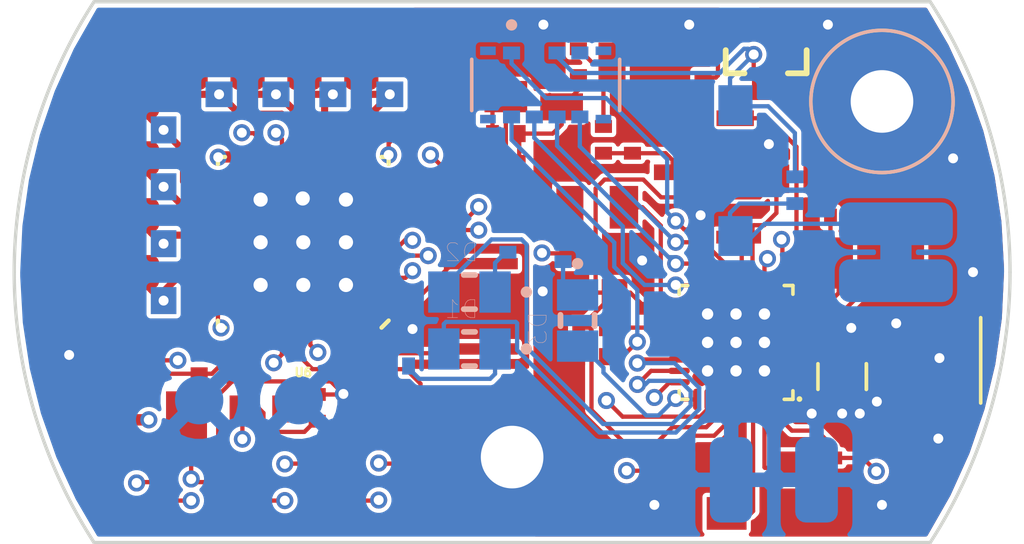
<source format=kicad_pcb>
(kicad_pcb (version 20171130) (host pcbnew "(5.1.5)-3")
  (layers (0 F.Cu signal) (1 In1.Cu signal) (2 In2.Cu signal) (31 B.Cu signal) (34 B.Paste user) (35 F.Paste user) (36 B.SilkS user) (37 F.SilkS user) (38 B.Mask user) (39 F.Mask user) (44 Edge.Cuts user))
  (net 0 "")
  (net 1 "Net-(Balun1-Pad4)")
  (net 2 GNDREF)
  (net 3 "Net-(Balun1-Pad1)")
  (net 4 "Net-(Balun1-Pad3)")
  (net 5 A1)
  (net 6 A2)
  (net 7 B1)
  (net 8 B2)
  (net 9 C1)
  (net 10 C2)
  (net 11 D1)
  (net 12 D2)
  (net 13 RCOMP)
  (net 14 "Net-(CC10-Pad1)")
  (net 15 VDDS_11)
  (net 16 DCDC_SW)
  (net 17 RESET_N)
  (net 18 "Net-(CC17-Pad1)")
  (net 19 "Net-(CC18-Pad1)")
  (net 20 "Net-(CC19-Pad1)")
  (net 21 "Net-(CC22-Pad2)")
  (net 22 "Net-(CC23-Pad2)")
  (net 23 "Net-(CC24-Pad1)")
  (net 24 "Net-(CC25-Pad1)")
  (net 25 LOAD)
  (net 26 VCC_LOAD)
  (net 27 VCC)
  (net 28 V18_CORE)
  (net 29 CCOMP)
  (net 30 3.6V)
  (net 31 JTAG_TD0)
  (net 32 JTAG_TDI)
  (net 33 JTAG_TCK)
  (net 34 JTAG_TMS)
  (net 35 "Net-(L1-Pad2)")
  (net 36 "Net-(R7-Pad2)")
  (net 37 SSN)
  (net 38 "Net-(U1-Pad4)")
  (net 39 GPIO1)
  (net 40 MOSI)
  (net 41 MISO)
  (net 42 CLK)
  (net 43 X24M_N)
  (net 44 X24M_P)
  (net 45 "Net-(U2-Pad4)")
  (net 46 UCOMP)
  (net 47 "Net-(U6-Pad40)")
  (net 48 "Net-(U6-Pad39)")
  (net 49 "Net-(U6-Pad38)")
  (net 50 "Net-(U6-Pad37)")
  (net 51 "Net-(U6-Pad31)")
  (net 52 "Net-(U6-Pad27)")
  (net 53 "Net-(U6-Pad22)")
  (net 54 "Net-(U6-Pad12)")
  (net 55 "Net-(U6-Pad10)")
  (net 56 "Net-(U6-Pad2)")
  (net 57 "Net-(U6-Pad1)")
  (net 58 "Net-(D1-PadC)")
  (net 59 LED1)
  (net 60 LED2)
  (net 61 "Net-(D2-PadC)")
  (net 62 "Net-(D3-PadC)")
  (net 63 LED3)
  (net 64 "Net-(J1-Pad7)")
  (net 65 "Net-(J1-PadS3)")
  (net 66 "Net-(J1-PadS4)")
  (net 67 "Net-(J1-PadS1)")
  (net 68 "Net-(J1-PadS2)")
  (net 69 "Net-(J17-Pad1)")
  (module FootPrint:SolderPoint (layer B.Cu) (at 155.2 101.3 180)
    (fp_text reference J18 hide)
    (fp_text value "SolderPoint -" hide)
    (pad 1 smd roundrect (at 1.5 0 180) (size 1.5 3) (layers B.Cu B.Paste B.Mask) (net 2 GNDREF))
    (pad 1 smd roundrect (at -1.5 0 180) (size 1.5 3) (layers B.Cu B.Paste B.Mask) (net 2 GNDREF))
  )
  (module FootPrint:FootPrintProgram (layer B.Cu) (at 135 98.5)
    (fp_text reference J4 hide)
    (fp_text value JTAG_TDI hide)
    (pad 1 smd circle (at 0 0) (size 1.7 1.7) (layers B.Cu B.Paste B.Mask) (net 2 GNDREF))
  )
  (module FootPrint:FootPrintProgram (layer B.Cu) (at 138.5 98.5)
    (fp_text reference J4 hide)
    (fp_text value JTAG_TDI hide)
    (pad 1 smd circle (at 0 0) (size 1.7 1.7) (layers B.Cu B.Paste B.Mask) (net 2 GNDREF))
  )
  (module FootPrint:CAP0402 (layer F.Cu) (at 142.9 91.1 90)
    (fp_text reference CC10 hide)
    (fp_text value "100 pF" hide)
    (pad 2 smd rect (at 0.47 0 90) (size 0.45 0.6) (layers F.Cu F.Paste F.Mask) (net 2 GNDREF))
    (pad 1 smd rect (at -0.47 0 90) (size 0.45 0.6) (layers F.Cu F.Paste F.Mask) (net 14 "Net-(CC10-Pad1)"))
  )
  (module FootPrint:LEDC2012X120N (layer B.Cu) (at 144.5 94.7 180)
    (fp_text reference D2 (at 0.28 1.395) (layer B.SilkS) (effects (font (size 0.629921 0.629921) (thickness 0.015)) (justify mirror)))
    (fp_text value LED2)
    (pad A smd rect (at 0.9 0 180) (size 1.1 1.45) (layers B.Cu B.Paste B.Mask) (net 60 LED2))
    (pad C smd rect (at -0.9 0 180) (size 1.1 1.45) (layers B.Cu B.Paste B.Mask) (net 61 "Net-(D2-PadC)"))
  )
  (module FootPrint:R0402 (layer B.Cu) (at 147.79 93.16 90)
    (fp_text reference R11 hide)
    (fp_text value "10 Ohm" hide)
    (pad 1 smd rect (at -0.47 0 90) (size 0.45 0.6) (layers B.Cu B.Paste B.Mask) (net 62 "Net-(D3-PadC)"))
    (pad 2 smd rect (at 0.47 0 90) (size 0.45 0.6) (layers B.Cu B.Paste B.Mask) (net 2 GNDREF))
  )
  (module FootPrint:R0402 (layer B.Cu) (at 145.85 92.83 90)
    (fp_text reference R10 hide)
    (fp_text value "10 Ohm" hide)
    (pad 1 smd rect (at -0.47 0 90) (size 0.45 0.6) (layers B.Cu B.Paste B.Mask) (net 61 "Net-(D2-PadC)"))
    (pad 2 smd rect (at 0.47 0 90) (size 0.45 0.6) (layers B.Cu B.Paste B.Mask) (net 2 GNDREF))
  )
  (module FootPrint:R0402 (layer B.Cu) (at 141.89 97.3 180)
    (fp_text reference R9 hide)
    (fp_text value "10 Ohm" hide)
    (pad 1 smd rect (at -0.47 0 180) (size 0.45 0.6) (layers B.Cu B.Paste B.Mask) (net 58 "Net-(D1-PadC)"))
    (pad 2 smd rect (at 0.47 0 180) (size 0.45 0.6) (layers B.Cu B.Paste B.Mask) (net 2 GNDREF))
  )
  (module FootPrint:LEDC2012X120N (layer B.Cu) (at 148.3 95.7 270)
    (fp_text reference D3 (at 0.28 1.395 90) (layer B.SilkS) (effects (font (size 0.629921 0.629921) (thickness 0.015)) (justify mirror)))
    (fp_text value LED3)
    (pad A smd rect (at 0.9 0 270) (size 1.1 1.45) (layers B.Cu B.Paste B.Mask) (net 63 LED3))
    (pad C smd rect (at -0.9 0 270) (size 1.1 1.45) (layers B.Cu B.Paste B.Mask) (net 62 "Net-(D3-PadC)"))
  )
  (module FootPrint:LEDC2012X120N (layer B.Cu) (at 144.5 96.7 180)
    (fp_text reference D1 (at 0.28 1.395) (layer B.SilkS) (effects (font (size 0.629921 0.629921) (thickness 0.015)) (justify mirror)))
    (fp_text value LED1)
    (pad A smd rect (at 0.9 0 180) (size 1.1 1.45) (layers B.Cu B.Paste B.Mask) (net 59 LED1))
    (pad C smd rect (at -0.9 0 180) (size 1.1 1.45) (layers B.Cu B.Paste B.Mask) (net 58 "Net-(D1-PadC)"))
  )
  (module FootPrint:FastenerDrillingGNDREF (layer F.Cu) (at 146 100.5)
    (fp_text reference J19 hide)
    (fp_text value FastenerDrillingGNDREF hide)
    (pad 1 thru_hole circle (at 0 0) (size 5 5) (drill 2.2) (layers *.Cu *.Mask) (net 2 GNDREF))
  )
  (module FootPrint:SolderPoint (layer B.Cu) (at 159.49 93.3 90)
    (fp_text reference J17 hide)
    (fp_text value "SolderPoint +" hide)
    (fp_poly (pts (xy 0.75 -0.5) (xy -0.75 -0.5) (xy -0.75 0.5) (xy 0.75 0.5)) (layer B.Cu) (width 0.1))
    (pad 1 smd roundrect (at 1 0 90) (size 1.5 4) (layers B.Cu B.Paste B.Mask) (net 69 "Net-(J17-Pad1)"))
    (pad 1 smd roundrect (at -1 0 90) (size 1.5 4) (layers B.Cu B.Paste B.Mask) (net 69 "Net-(J17-Pad1)"))
  )
  (module FootPrint:CSTNR4M00GH5L000R0 (layer F.Cu) (at 144.9 95.2 90)
    (fp_text reference Y3 hide)
    (fp_text value "24 MHz")
    (pad 3 smd rect (at 1.5 0 90) (size 0.4 2.6) (layers F.Cu F.Paste F.Mask) (net 48 "Net-(U6-Pad39)"))
    (pad 1 smd rect (at -1.5 0 90) (size 0.4 2.6) (layers F.Cu F.Paste F.Mask) (net 49 "Net-(U6-Pad38)"))
    (pad 2 smd rect (at 0 0 90) (size 0.4 2.6) (layers F.Cu F.Paste F.Mask) (net 2 GNDREF))
  )
  (module FootPrint:SC32S (layer F.Cu) (at 158.73 93.68 180)
    (fp_text reference Y2 hide)
    (fp_text value 32.768kHz)
    (pad 1 smd rect (at 1.25 0 180) (size 1 1.8) (layers F.Cu F.Paste F.Mask) (net 21 "Net-(CC22-Pad2)"))
    (pad 2 smd rect (at -1.25 0 180) (size 1 1.8) (layers F.Cu F.Paste F.Mask) (net 22 "Net-(CC23-Pad2)"))
  )
  (module FootPrint:TSX3225 (layer F.Cu) (at 154.64 101.68)
    (fp_text reference Y1 hide)
    (fp_text value TSX-322524.0000MF15X-AC3 hide)
    (pad 2 smd rect (at 1.1 0.8) (size 1.4 1.15) (layers F.Cu F.Paste F.Mask) (net 2 GNDREF))
    (pad 1 smd rect (at -1.1 0.8) (size 1.4 1.15) (layers F.Cu F.Paste F.Mask) (net 43 X24M_N))
    (pad 3 smd rect (at 1.1 -0.8) (size 1.4 1.15) (layers F.Cu F.Paste F.Mask) (net 44 X24M_P))
    (pad 4 smd rect (at -1.1 -0.8) (size 1.4 1.15) (layers F.Cu F.Paste F.Mask) (net 2 GNDREF))
  )
  (module FootPrint:PS09 (layer F.Cu) (at 138.66 92.95 180)
    (fp_text reference U6 (at 0 -4.575 180) (layer F.SilkS) (effects (font (size 0.3 0.3) (thickness 0.075))))
    (fp_text value PS09)
    (pad 41 thru_hole circle (at 1.5 -1.5 180) (size 0.8 0.8) (drill 0.5) (layers *.Cu *.Mask) (net 2 GNDREF))
    (pad 41 thru_hole circle (at 1.5 0 180) (size 0.8 0.8) (drill 0.5) (layers *.Cu *.Mask) (net 2 GNDREF))
    (pad 41 thru_hole circle (at 1.5 1.5 180) (size 0.8 0.8) (drill 0.5) (layers *.Cu *.Mask) (net 2 GNDREF))
    (pad 41 thru_hole circle (at 0.02 1.54 180) (size 0.8 0.8) (drill 0.5) (layers *.Cu *.Mask) (net 2 GNDREF))
    (pad 41 thru_hole circle (at -1.5 1.5 180) (size 0.8 0.8) (drill 0.5) (layers *.Cu *.Mask) (net 2 GNDREF))
    (pad 41 thru_hole circle (at -1.5 0 180) (size 0.8 0.8) (drill 0.5) (layers *.Cu *.Mask) (net 2 GNDREF))
    (pad 41 thru_hole circle (at -1.5 -1.5 180) (size 0.8 0.8) (drill 0.5) (layers *.Cu *.Mask) (net 2 GNDREF))
    (pad 41 thru_hole circle (at 0 -1.5 180) (size 0.8 0.8) (drill 0.5) (layers *.Cu *.Mask) (net 2 GNDREF))
    (pad 1 smd oval (at -3 -2.25 270) (size 0.25 0.75) (layers F.Cu F.Paste F.Mask) (net 57 "Net-(U6-Pad1)"))
    (pad 2 smd oval (at -3 -1.75 270) (size 0.25 0.75) (layers F.Cu F.Paste F.Mask) (net 56 "Net-(U6-Pad2)"))
    (pad 3 smd oval (at -3 -1.25 270) (size 0.25 0.75) (layers F.Cu F.Paste F.Mask) (net 42 CLK))
    (pad 4 smd oval (at -3 -0.75 270) (size 0.25 0.75) (layers F.Cu F.Paste F.Mask) (net 40 MOSI))
    (pad 5 smd oval (at -3 -0.25 270) (size 0.25 0.75) (layers F.Cu F.Paste F.Mask) (net 28 V18_CORE))
    (pad 6 smd oval (at -3 0.25 270) (size 0.25 0.75) (layers F.Cu F.Paste F.Mask) (net 37 SSN))
    (pad 7 smd oval (at -3 0.75 270) (size 0.25 0.75) (layers F.Cu F.Paste F.Mask) (net 41 MISO))
    (pad 8 smd oval (at -3 1.25 270) (size 0.25 0.75) (layers F.Cu F.Paste F.Mask) (net 14 "Net-(CC10-Pad1)"))
    (pad 9 smd oval (at -3 1.75 270) (size 0.25 0.75) (layers F.Cu F.Paste F.Mask) (net 2 GNDREF))
    (pad 10 smd oval (at -3 2.25 270) (size 0.25 0.75) (layers F.Cu F.Paste F.Mask) (net 55 "Net-(U6-Pad10)"))
    (pad 11 smd oval (at -2.25 3 180) (size 0.25 0.75) (layers F.Cu F.Paste F.Mask) (net 2 GNDREF))
    (pad 12 smd oval (at -1.75 3 180) (size 0.25 0.75) (layers F.Cu F.Paste F.Mask) (net 54 "Net-(U6-Pad12)"))
    (pad 13 smd oval (at -1.25 3 180) (size 0.25 0.75) (layers F.Cu F.Paste F.Mask) (net 7 B1))
    (pad 14 smd oval (at -0.75 3 180) (size 0.25 0.75) (layers F.Cu F.Paste F.Mask) (net 8 B2))
    (pad 15 smd oval (at -0.25 3 180) (size 0.25 0.75) (layers F.Cu F.Paste F.Mask) (net 5 A1))
    (pad 16 smd oval (at 0.25 3 180) (size 0.25 0.75) (layers F.Cu F.Paste F.Mask) (net 6 A2))
    (pad 17 smd oval (at 0.75 3 180) (size 0.25 0.75) (layers F.Cu F.Paste F.Mask) (net 27 VCC))
    (pad 18 smd oval (at 1.25 3 180) (size 0.25 0.75) (layers F.Cu F.Paste F.Mask) (net 26 VCC_LOAD))
    (pad 19 smd oval (at 1.75 3 180) (size 0.25 0.75) (layers F.Cu F.Paste F.Mask) (net 25 LOAD))
    (pad 20 smd oval (at 2.25 3 180) (size 0.25 0.75) (layers F.Cu F.Paste F.Mask) (net 25 LOAD))
    (pad 21 smd oval (at 3 2.25 270) (size 0.25 0.75) (layers F.Cu F.Paste F.Mask) (net 2 GNDREF))
    (pad 22 smd oval (at 3 1.75 270) (size 0.25 0.75) (layers F.Cu F.Paste F.Mask) (net 53 "Net-(U6-Pad22)"))
    (pad 23 smd oval (at 3 1.25 270) (size 0.25 0.75) (layers F.Cu F.Paste F.Mask) (net 10 C2))
    (pad 24 smd oval (at 3 0.75 270) (size 0.25 0.75) (layers F.Cu F.Paste F.Mask) (net 9 C1))
    (pad 25 smd oval (at 3 0.25 270) (size 0.25 0.75) (layers F.Cu F.Paste F.Mask) (net 12 D2))
    (pad 26 smd oval (at 3 -0.25 270) (size 0.25 0.75) (layers F.Cu F.Paste F.Mask) (net 11 D1))
    (pad 27 smd oval (at 3 -0.75 270) (size 0.25 0.75) (layers F.Cu F.Paste F.Mask) (net 52 "Net-(U6-Pad27)"))
    (pad 28 smd oval (at 3 -1.25 270) (size 0.25 0.75) (layers F.Cu F.Paste F.Mask) (net 2 GNDREF))
    (pad 29 smd oval (at 3 -1.75 270) (size 0.25 0.75) (layers F.Cu F.Paste F.Mask) (net 28 V18_CORE))
    (pad 30 smd oval (at 3 -2.25 270) (size 0.25 0.75) (layers F.Cu F.Paste F.Mask) (net 27 VCC))
    (pad 31 smd oval (at 2.25 -3 180) (size 0.25 0.75) (layers F.Cu F.Paste F.Mask) (net 51 "Net-(U6-Pad31)"))
    (pad 32 smd oval (at 1.75 -3 180) (size 0.25 0.75) (layers F.Cu F.Paste F.Mask) (net 36 "Net-(R7-Pad2)"))
    (pad 33 smd oval (at 1.25 -3 180) (size 0.25 0.75) (layers F.Cu F.Paste F.Mask) (net 28 V18_CORE))
    (pad 34 smd oval (at 0.75 -3 180) (size 0.25 0.75) (layers F.Cu F.Paste F.Mask) (net 13 RCOMP))
    (pad 35 smd oval (at 0.25 -3 180) (size 0.25 0.75) (layers F.Cu F.Paste F.Mask) (net 29 CCOMP))
    (pad 36 smd oval (at -0.25 -3 180) (size 0.25 0.75) (layers F.Cu F.Paste F.Mask) (net 46 UCOMP))
    (pad 37 smd oval (at -0.75 -3 180) (size 0.25 0.75) (layers F.Cu F.Paste F.Mask) (net 50 "Net-(U6-Pad37)"))
    (pad 38 smd oval (at -1.25 -3 180) (size 0.25 0.75) (layers F.Cu F.Paste F.Mask) (net 49 "Net-(U6-Pad38)"))
    (pad 39 smd oval (at -1.75 -3 180) (size 0.25 0.75) (layers F.Cu F.Paste F.Mask) (net 48 "Net-(U6-Pad39)"))
    (pad 40 smd oval (at -2.25 -3 180) (size 0.25 0.75) (layers F.Cu F.Paste F.Mask) (net 47 "Net-(U6-Pad40)"))
    (pad 41 connect rect (at 0 0 180) (size 4.65 4.65) (layers F.Cu F.Mask) (net 2 GNDREF) (thermal_gap 1))
    (pad 41 thru_hole circle (at 0 0 180) (size 0.8 0.8) (drill 0.5) (layers *.Cu *.Mask) (net 2 GNDREF))
  )
  (module FootPrint:CMKT5087 (layer F.Cu) (at 138.02 101.38 90)
    (fp_text reference U4 hide)
    (fp_text value CMKT5087TR hide)
    (pad 6 smd rect (at -0.65 -0.95 90) (size 0.4 0.8) (layers F.Cu F.Paste F.Mask) (net 13 RCOMP))
    (pad 5 smd rect (at 0 -0.95 90) (size 0.4 0.8) (layers F.Cu F.Paste F.Mask) (net 25 LOAD))
    (pad 4 smd rect (at 0.65 -0.95 90) (size 0.4 0.8) (layers F.Cu F.Paste F.Mask) (net 29 CCOMP))
    (pad 3 smd rect (at 0.65 0.95 90) (size 0.4 0.8) (layers F.Cu F.Paste F.Mask) (net 13 RCOMP))
    (pad 2 smd rect (at 0 0.95 90) (size 0.4 0.8) (layers F.Cu F.Paste F.Mask) (net 25 LOAD))
    (pad 1 smd rect (at -0.65 0.95 90) (size 0.4 0.8) (layers F.Cu F.Paste F.Mask) (net 29 CCOMP))
  )
  (module FootPrint:CMKT5087 (layer F.Cu) (at 141.32 101.38 90)
    (fp_text reference U3 hide)
    (fp_text value CMKT5087TR hide)
    (pad 6 smd rect (at -0.65 -0.95 90) (size 0.4 0.8) (layers F.Cu F.Paste F.Mask) (net 13 RCOMP))
    (pad 5 smd rect (at 0 -0.95 90) (size 0.4 0.8) (layers F.Cu F.Paste F.Mask) (net 25 LOAD))
    (pad 4 smd rect (at 0.65 -0.95 90) (size 0.4 0.8) (layers F.Cu F.Paste F.Mask) (net 29 CCOMP))
    (pad 3 smd rect (at 0.65 0.95 90) (size 0.4 0.8) (layers F.Cu F.Paste F.Mask) (net 13 RCOMP))
    (pad 2 smd rect (at 0 0.95 90) (size 0.4 0.8) (layers F.Cu F.Paste F.Mask) (net 25 LOAD))
    (pad 1 smd rect (at -0.65 0.95 90) (size 0.4 0.8) (layers F.Cu F.Paste F.Mask) (net 29 CCOMP))
  )
  (module FootPrint:ADP160AUJZ-2.3-R7 (layer F.Cu) (at 152.74 89.54 180)
    (fp_text reference U2 hide)
    (fp_text value ADP160AUJZ-2.3-R7 hide)
    (pad 5 smd rect (at 1.1 -0.950001 180) (size 1.3112 0.5508) (layers F.Cu F.Paste F.Mask) (net 19 "Net-(CC18-Pad1)"))
    (pad 4 smd rect (at 1.1 0.950001 180) (size 1.3112 0.5508) (layers F.Cu F.Paste F.Mask) (net 45 "Net-(U2-Pad4)"))
    (pad 3 smd rect (at -1.1 0.950001 180) (size 1.3112 0.5508) (layers F.Cu F.Paste F.Mask) (net 39 GPIO1))
    (pad 2 smd rect (at -1.1 0 180) (size 1.3112 0.5508) (layers F.Cu F.Paste F.Mask) (net 2 GNDREF))
    (pad 1 smd rect (at -1.1 -0.950001 180) (size 1.3112 0.5508) (layers F.Cu F.Paste F.Mask) (net 18 "Net-(CC17-Pad1)"))
  )
  (module FootPrint:R0402 (layer F.Cu) (at 143.9 92.05 90)
    (fp_text reference R8 hide)
    (fp_text value "15 kOhm" hide)
    (pad 1 smd rect (at -0.47 0 90) (size 0.45 0.6) (layers F.Cu F.Paste F.Mask) (net 37 SSN))
    (pad 2 smd rect (at 0.47 0 90) (size 0.45 0.6) (layers F.Cu F.Paste F.Mask) (net 2 GNDREF))
  )
  (module FootPrint:R0402 (layer F.Cu) (at 135 97.1 90)
    (fp_text reference R7 hide)
    (fp_text value "33 Ohm" hide)
    (pad 1 smd rect (at -0.47 0 90) (size 0.45 0.6) (layers F.Cu F.Paste F.Mask) (net 28 V18_CORE))
    (pad 2 smd rect (at 0.47 0 90) (size 0.45 0.6) (layers F.Cu F.Paste F.Mask) (net 36 "Net-(R7-Pad2)"))
  )
  (module FootPrint:R0402 (layer F.Cu) (at 139.15 98.77 90)
    (fp_text reference R6 hide)
    (fp_text value "3.3 kOhm" hide)
    (pad 1 smd rect (at -0.47 0 90) (size 0.45 0.6) (layers F.Cu F.Paste F.Mask) (net 13 RCOMP))
    (pad 2 smd rect (at 0.47 0 90) (size 0.45 0.6) (layers F.Cu F.Paste F.Mask) (net 2 GNDREF))
  )
  (module FootPrint:R0402 (layer F.Cu) (at 145.78 90.18 180)
    (fp_text reference R5 hide)
    (fp_text value "10 Ohm" hide)
    (pad 1 smd rect (at -0.47 0 180) (size 0.45 0.6) (layers F.Cu F.Paste F.Mask) (net 24 "Net-(CC25-Pad1)"))
    (pad 2 smd rect (at 0.47 0 180) (size 0.45 0.6) (layers F.Cu F.Paste F.Mask) (net 26 VCC_LOAD))
  )
  (module FootPrint:R0402 (layer F.Cu) (at 145.78 89.13 180)
    (fp_text reference R4 hide)
    (fp_text value "10 Ohm" hide)
    (pad 1 smd rect (at -0.47 0 180) (size 0.45 0.6) (layers F.Cu F.Paste F.Mask) (net 24 "Net-(CC25-Pad1)"))
    (pad 2 smd rect (at 0.47 0 180) (size 0.45 0.6) (layers F.Cu F.Paste F.Mask) (net 27 VCC))
  )
  (module FootPrint:R0402 (layer F.Cu) (at 149.21 89.35 90)
    (fp_text reference R2 hide)
    (fp_text value "10 Ohm" hide)
    (pad 1 smd rect (at -0.47 0 90) (size 0.45 0.6) (layers F.Cu F.Paste F.Mask) (net 19 "Net-(CC18-Pad1)"))
    (pad 2 smd rect (at 0.47 0 90) (size 0.45 0.6) (layers F.Cu F.Paste F.Mask) (net 23 "Net-(CC24-Pad1)"))
  )
  (module FootPrint:R0402 (layer F.Cu) (at 148.81 95.95)
    (fp_text reference R1 hide)
    (fp_text value "100 kOhm" hide)
    (pad 1 smd rect (at -0.47 0) (size 0.45 0.6) (layers F.Cu F.Paste F.Mask) (net 15 VDDS_11))
    (pad 2 smd rect (at 0.47 0) (size 0.45 0.6) (layers F.Cu F.Paste F.Mask) (net 17 RESET_N))
  )
  (module FootPrint:SOT23 (layer F.Cu) (at 154.93 86.35 180)
    (fp_text reference Q1 hide)
    (fp_text value SI2323DS hide)
    (pad 1 smd rect (at -0.95 1.1 180) (size 1 1) (layers F.Cu F.Paste F.Mask) (net 2 GNDREF))
    (pad 2 smd rect (at 0.95 1.1 180) (size 1 1) (layers F.Cu F.Paste F.Mask) (net 18 "Net-(CC17-Pad1)"))
    (pad 3 smd rect (at 0 -1.1 180) (size 1 1) (layers F.Cu F.Paste F.Mask) (net 30 3.6V))
  )
  (module FootPrint:CAP0805 (layer F.Cu) (at 148.98 91.72)
    (fp_text reference L1 hide)
    (fp_text value "100 uH" hide)
    (pad 2 smd rect (at 0.95 0) (size 1 1.5) (layers F.Cu F.Paste F.Mask) (net 35 "Net-(L1-Pad2)"))
    (pad 1 smd rect (at -0.95 0) (size 0.95 1.5) (layers F.Cu F.Paste F.Mask) (net 16 DCDC_SW))
  )
  (module FootPrint:FootPrintDMS (layer F.Cu) (at 132.7 92 90)
    (fp_text reference J16 hide)
    (fp_text value D2 hide)
    (pad 1 smd roundrect (at 0 0 90) (size 1.2 1.8) (layers F.Cu F.Paste F.Mask) (net 12 D2))
  )
  (module FootPrint:FootPrintDMS (layer F.Cu) (at 132.7 94 90)
    (fp_text reference J15 hide)
    (fp_text value D1 hide)
    (pad 1 smd roundrect (at 0 0 90) (size 1.2 1.8) (layers F.Cu F.Paste F.Mask) (net 11 D1))
  )
  (module FootPrint:FootPrintDMS (layer F.Cu) (at 132.7 88 90)
    (fp_text reference J14 hide)
    (fp_text value C2 hide)
    (pad 1 smd roundrect (at 0 0 90) (size 1.2 1.8) (layers F.Cu F.Paste F.Mask) (net 10 C2))
  )
  (module FootPrint:FootPrintDMS (layer F.Cu) (at 132.7 90 90)
    (fp_text reference J13 hide)
    (fp_text value C1 hide)
    (pad 1 smd roundrect (at 0 0 90) (size 1.2 1.8) (layers F.Cu F.Paste F.Mask) (net 9 C1))
  )
  (module FootPrint:FootPrintDMS (layer F.Cu) (at 138.7 86.7)
    (fp_text reference J12 hide)
    (fp_text value B2 hide)
    (pad 1 smd roundrect (at 0 0) (size 1.2 1.8) (layers F.Cu F.Paste F.Mask) (net 8 B2))
  )
  (module FootPrint:FootPrintDMS (layer F.Cu) (at 140.7 86.7)
    (fp_text reference J11 hide)
    (fp_text value B1 hide)
    (pad 1 smd roundrect (at 0 0) (size 1.2 1.8) (layers F.Cu F.Paste F.Mask) (net 7 B1))
  )
  (module FootPrint:FootPrintDMS (layer F.Cu) (at 134.7 86.7)
    (fp_text reference J10 hide)
    (fp_text value A2 hide)
    (pad 1 smd roundrect (at 0 0) (size 1.2 1.8) (layers F.Cu F.Paste F.Mask) (net 6 A2))
  )
  (module FootPrint:FootPrintDMS (layer F.Cu) (at 136.7 86.7)
    (fp_text reference J9 hide)
    (fp_text value A1 hide)
    (pad 1 smd roundrect (at 0 0) (size 1.2 1.8) (layers F.Cu F.Paste F.Mask) (net 5 A1))
  )
  (module FootPrint:ConnCoaxial (layer F.Cu) (at 160.97 97.1 270)
    (fp_text reference J8 hide)
    (fp_text value 1909763-1 hide)
    (pad 1 smd rect (at 0 1.525 270) (size 1 1.05) (layers F.Cu F.Paste F.Mask) (net 3 "Net-(Balun1-Pad1)"))
    (pad 3 smd rect (at 1.475 0 270) (size 1.05 2.2) (layers F.Cu F.Paste F.Mask) (net 2 GNDREF))
    (pad 2 smd rect (at -1.475 0 270) (size 1.05 2.2) (layers F.Cu F.Paste F.Mask) (net 2 GNDREF))
  )
  (module FootPrint:FL10603 (layer F.Cu) (at 155.99 90.72 180)
    (fp_text reference FL1 hide)
    (fp_text value "1.5 kOhms @ 100MHz" hide)
    (pad 2 smd rect (at 0.7 0 180) (size 0.9 1) (layers F.Cu F.Paste F.Mask) (net 15 VDDS_11))
    (pad 1 smd rect (at -0.7 0 180) (size 0.9 1) (layers F.Cu F.Paste F.Mask) (net 18 "Net-(CC17-Pad1)"))
  )
  (module FootPrint:CAP0805P (layer F.Cu) (at 141.98 98.82 180)
    (fp_text reference CT4 hide)
    (fp_text value "33 uF" hide)
    (pad 2 smd rect (at 0.8 0 180) (size 1.1 1.5) (layers F.Cu F.Paste F.Mask) (net 2 GNDREF))
    (pad 1 smd rect (at -0.8 0 180) (size 1.1 1.5) (layers F.Cu F.Paste F.Mask) (net 29 CCOMP))
  )
  (module FootPrint:CAP0805P (layer F.Cu) (at 132.4 96.9 180)
    (fp_text reference CT3 hide)
    (fp_text value "33 uF" hide)
    (pad 2 smd rect (at 0.8 0 180) (size 1.1 1.5) (layers F.Cu F.Paste F.Mask) (net 2 GNDREF))
    (pad 1 smd rect (at -0.8 0 180) (size 1.1 1.5) (layers F.Cu F.Paste F.Mask) (net 28 V18_CORE))
  )
  (module FootPrint:CAP0805P (layer F.Cu) (at 145.78 87.03 90)
    (fp_text reference CT2 hide)
    (fp_text value "33 uF" hide)
    (pad 2 smd rect (at 0.8 0 90) (size 1.1 1.5) (layers F.Cu F.Paste F.Mask) (net 2 GNDREF))
    (pad 1 smd rect (at -0.8 0 90) (size 1.1 1.5) (layers F.Cu F.Paste F.Mask) (net 27 VCC))
  )
  (module FootPrint:CAP1206S (layer F.Cu) (at 143.63 87.4 270)
    (fp_text reference CT1 hide)
    (fp_text value "220 uF" hide)
    (pad + smd rect (at 1.2 0 270) (size 1.5 1.9) (layers F.Cu F.Paste F.Mask) (net 26 VCC_LOAD))
    (pad - smd rect (at -1.2 0 270) (size 1.5 1.9) (layers F.Cu F.Paste F.Mask) (net 2 GNDREF))
  )
  (module FootPrint:CAP0805 (layer F.Cu) (at 147.74 89.14 270)
    (fp_text reference CC25 hide)
    (fp_text value "100 uF" hide)
    (pad 2 smd rect (at 0.95 0 270) (size 1 1.5) (layers F.Cu F.Paste F.Mask) (net 2 GNDREF))
    (pad 1 smd rect (at -0.95 0 270) (size 0.95 1.5) (layers F.Cu F.Paste F.Mask) (net 24 "Net-(CC25-Pad1)"))
  )
  (module FootPrint:CAP0805 (layer F.Cu) (at 150.46 86.68)
    (fp_text reference CC24 hide)
    (fp_text value "100 uF" hide)
    (pad 2 smd rect (at 0.95 0) (size 1 1.5) (layers F.Cu F.Paste F.Mask) (net 2 GNDREF))
    (pad 1 smd rect (at -0.95 0) (size 0.95 1.5) (layers F.Cu F.Paste F.Mask) (net 23 "Net-(CC24-Pad1)"))
  )
  (module FootPrint:CAP0402 (layer F.Cu) (at 159.8 92.06)
    (fp_text reference CC23 hide)
    (fp_text value "12 pF" hide)
    (pad 2 smd rect (at 0.47 0) (size 0.45 0.6) (layers F.Cu F.Paste F.Mask) (net 22 "Net-(CC23-Pad2)"))
    (pad 1 smd rect (at -0.47 0) (size 0.45 0.6) (layers F.Cu F.Paste F.Mask) (net 2 GNDREF))
  )
  (module FootPrint:CAP0402 (layer F.Cu) (at 157.66 92.07 180)
    (fp_text reference CC22 hide)
    (fp_text value "12 pF" hide)
    (pad 2 smd rect (at 0.47 0 180) (size 0.45 0.6) (layers F.Cu F.Paste F.Mask) (net 21 "Net-(CC22-Pad2)"))
    (pad 1 smd rect (at -0.47 0 180) (size 0.45 0.6) (layers F.Cu F.Paste F.Mask) (net 2 GNDREF))
  )
  (module FootPrint:CAP0603 (layer F.Cu) (at 148.86 93.34)
    (fp_text reference CC21 hide)
    (fp_text value "10 uF" hide)
    (pad 2 smd rect (at 0.75 0) (size 0.9 0.95) (layers F.Cu F.Paste F.Mask) (net 2 GNDREF))
    (pad 1 smd rect (at -0.75 0) (size 0.9 0.95) (layers F.Cu F.Paste F.Mask) (net 16 DCDC_SW))
  )
  (module FootPrint:CAP0603 (layer F.Cu) (at 148.85 94.72 180)
    (fp_text reference CC20 hide)
    (fp_text value "10 uF" hide)
    (pad 2 smd rect (at 0.75 0 180) (size 0.9 0.95) (layers F.Cu F.Paste F.Mask) (net 2 GNDREF))
    (pad 1 smd rect (at -0.75 0 180) (size 0.9 0.95) (layers F.Cu F.Paste F.Mask) (net 15 VDDS_11))
  )
  (module FootPrint:CAP0402 (layer F.Cu) (at 153.475 92.3 90)
    (fp_text reference CC19 hide)
    (fp_text value "1 uF" hide)
    (pad 2 smd rect (at 0.47 0 90) (size 0.45 0.6) (layers F.Cu F.Paste F.Mask) (net 2 GNDREF))
    (pad 1 smd rect (at -0.47 0 90) (size 0.45 0.6) (layers F.Cu F.Paste F.Mask) (net 20 "Net-(CC19-Pad1)"))
  )
  (module FootPrint:CAP0402 (layer F.Cu) (at 150.23 89.35 90)
    (fp_text reference CC18 hide)
    (fp_text value "1 uF" hide)
    (pad 2 smd rect (at 0.47 0 90) (size 0.45 0.6) (layers F.Cu F.Paste F.Mask) (net 2 GNDREF))
    (pad 1 smd rect (at -0.47 0 90) (size 0.45 0.6) (layers F.Cu F.Paste F.Mask) (net 19 "Net-(CC18-Pad1)"))
  )
  (module FootPrint:CAP0402 (layer F.Cu) (at 152.71 86.69 90)
    (fp_text reference CC17 hide)
    (fp_text value "1 uF" hide)
    (pad 2 smd rect (at 0.47 0 90) (size 0.45 0.6) (layers F.Cu F.Paste F.Mask) (net 2 GNDREF))
    (pad 1 smd rect (at -0.47 0 90) (size 0.45 0.6) (layers F.Cu F.Paste F.Mask) (net 18 "Net-(CC17-Pad1)"))
  )
  (module FootPrint:CAP0402 (layer F.Cu) (at 148.81 96.97 180)
    (fp_text reference CC16 hide)
    (fp_text value "0.1 uF" hide)
    (pad 2 smd rect (at 0.47 0 180) (size 0.45 0.6) (layers F.Cu F.Paste F.Mask) (net 2 GNDREF))
    (pad 1 smd rect (at -0.47 0 180) (size 0.45 0.6) (layers F.Cu F.Paste F.Mask) (net 17 RESET_N))
  )
  (module FootPrint:CAP0402 (layer F.Cu) (at 157.3 101 270)
    (fp_text reference CC15 hide)
    (fp_text value "0.1 uF" hide)
    (pad 2 smd rect (at 0.47 0 270) (size 0.45 0.6) (layers F.Cu F.Paste F.Mask) (net 2 GNDREF))
    (pad 1 smd rect (at -0.47 0 270) (size 0.45 0.6) (layers F.Cu F.Paste F.Mask) (net 16 DCDC_SW))
  )
  (module FootPrint:CAP0402 (layer F.Cu) (at 151.98 101 270)
    (fp_text reference CC14 hide)
    (fp_text value "0.1 uF" hide)
    (pad 2 smd rect (at 0.47 0 270) (size 0.45 0.6) (layers F.Cu F.Paste F.Mask) (net 2 GNDREF))
    (pad 1 smd rect (at -0.47 0 270) (size 0.45 0.6) (layers F.Cu F.Paste F.Mask) (net 16 DCDC_SW))
  )
  (module FootPrint:CAP0402 (layer F.Cu) (at 150.7 94.8 90)
    (fp_text reference CC13 hide)
    (fp_text value "0.1 uF" hide)
    (pad 2 smd rect (at 0.47 0 90) (size 0.45 0.6) (layers F.Cu F.Paste F.Mask) (net 2 GNDREF))
    (pad 1 smd rect (at -0.47 0 90) (size 0.45 0.6) (layers F.Cu F.Paste F.Mask) (net 15 VDDS_11))
  )
  (module FootPrint:CAP0402 (layer F.Cu) (at 150.925 101 270)
    (fp_text reference CC12 hide)
    (fp_text value "0.1 uF" hide)
    (pad 2 smd rect (at 0.47 0 270) (size 0.45 0.6) (layers F.Cu F.Paste F.Mask) (net 2 GNDREF))
    (pad 1 smd rect (at -0.47 0 270) (size 0.45 0.6) (layers F.Cu F.Paste F.Mask) (net 15 VDDS_11))
  )
  (module FootPrint:CAP0402 (layer F.Cu) (at 154.45 92.3 90)
    (fp_text reference CC11 hide)
    (fp_text value "0.1 uF" hide)
    (pad 2 smd rect (at 0.47 0 90) (size 0.45 0.6) (layers F.Cu F.Paste F.Mask) (net 2 GNDREF))
    (pad 1 smd rect (at -0.47 0 90) (size 0.45 0.6) (layers F.Cu F.Paste F.Mask) (net 15 VDDS_11))
  )
  (module FootPrint:CAP0603 (layer F.Cu) (at 137.27 98.81)
    (fp_text reference CC9 hide)
    (fp_text value "3.3 nF" hide)
    (pad 2 smd rect (at 0.75 0) (size 0.9 0.95) (layers F.Cu F.Paste F.Mask) (net 2 GNDREF))
    (pad 1 smd rect (at -0.75 0) (size 0.9 0.95) (layers F.Cu F.Paste F.Mask) (net 13 RCOMP))
  )
  (module FootPrint:CAP0603 (layer B.Cu) (at 133 93 180)
    (fp_text reference CC8 hide)
    (fp_text value "3.3 nF" hide)
    (pad 2 smd rect (at 0.75 0 180) (size 0.9 0.95) (layers B.Cu B.Paste B.Mask) (net 2 GNDREF))
    (pad 1 smd rect (at -0.75 0 180) (size 0.9 0.95) (layers B.Cu B.Paste B.Mask) (net 12 D2))
  )
  (module FootPrint:CAP0603 (layer B.Cu) (at 133 95 180)
    (fp_text reference CC7 hide)
    (fp_text value "3.3 nF" hide)
    (pad 2 smd rect (at 0.75 0 180) (size 0.9 0.95) (layers B.Cu B.Paste B.Mask) (net 2 GNDREF))
    (pad 1 smd rect (at -0.75 0 180) (size 0.9 0.95) (layers B.Cu B.Paste B.Mask) (net 11 D1))
  )
  (module FootPrint:CAP0603 (layer B.Cu) (at 133 89 180)
    (fp_text reference CC6 hide)
    (fp_text value "3.3 nF" hide)
    (pad 2 smd rect (at 0.75 0 180) (size 0.9 0.95) (layers B.Cu B.Paste B.Mask) (net 2 GNDREF))
    (pad 1 smd rect (at -0.75 0 180) (size 0.9 0.95) (layers B.Cu B.Paste B.Mask) (net 10 C2))
  )
  (module FootPrint:CAP0603 (layer B.Cu) (at 133 91 180)
    (fp_text reference CC5 hide)
    (fp_text value "3.3 nF" hide)
    (pad 2 smd rect (at 0.75 0 180) (size 0.9 0.95) (layers B.Cu B.Paste B.Mask) (net 2 GNDREF))
    (pad 1 smd rect (at -0.75 0 180) (size 0.9 0.95) (layers B.Cu B.Paste B.Mask) (net 9 C1))
  )
  (module FootPrint:CAP0603 (layer B.Cu) (at 139.7 87 90)
    (fp_text reference CC4 hide)
    (fp_text value "3.3 nF" hide)
    (pad 2 smd rect (at 0.75 0 90) (size 0.9 0.95) (layers B.Cu B.Paste B.Mask) (net 2 GNDREF))
    (pad 1 smd rect (at -0.75 0 90) (size 0.9 0.95) (layers B.Cu B.Paste B.Mask) (net 8 B2))
  )
  (module FootPrint:CAP0603 (layer B.Cu) (at 141.7 87 90)
    (fp_text reference CC3 hide)
    (fp_text value "3.3 nF" hide)
    (pad 2 smd rect (at 0.75 0 90) (size 0.9 0.95) (layers B.Cu B.Paste B.Mask) (net 2 GNDREF))
    (pad 1 smd rect (at -0.75 0 90) (size 0.9 0.95) (layers B.Cu B.Paste B.Mask) (net 7 B1))
  )
  (module FootPrint:CAP0603 (layer B.Cu) (at 135.7 87 90)
    (fp_text reference CC2 hide)
    (fp_text value "3.3 nF" hide)
    (pad 2 smd rect (at 0.75 0 90) (size 0.9 0.95) (layers B.Cu B.Paste B.Mask) (net 2 GNDREF))
    (pad 1 smd rect (at -0.75 0 90) (size 0.9 0.95) (layers B.Cu B.Paste B.Mask) (net 6 A2))
  )
  (module FootPrint:CAP0603 (layer B.Cu) (at 137.7 87 90)
    (fp_text reference CC1 hide)
    (fp_text value "3.3 nF" hide)
    (pad 2 smd rect (at 0.75 0 90) (size 0.9 0.95) (layers B.Cu B.Paste B.Mask) (net 2 GNDREF))
    (pad 1 smd rect (at -0.75 0 90) (size 0.9 0.95) (layers B.Cu B.Paste B.Mask) (net 5 A1))
  )
  (module FootPrint:2450BM14G0011T (layer F.Cu) (at 157.6 97.67 270)
    (fp_text reference Balun1 hide)
    (fp_text value 2450BM14G0011T hide)
    (pad 5 smd rect (at 0.52 0 90) (size 0.5 0.22) (layers F.Cu F.Paste F.Mask) (net 2 GNDREF))
    (pad 2 smd rect (at -0.52 0 90) (size 0.5 0.22) (layers F.Cu F.Paste F.Mask))
    (pad 3 smd rect (at -0.52 0.5 90) (size 0.5 0.22) (layers F.Cu F.Paste F.Mask) (net 4 "Net-(Balun1-Pad3)"))
    (pad 1 smd rect (at -0.52 -0.5 90) (size 0.5 0.22) (layers F.Cu F.Paste F.Mask) (net 3 "Net-(Balun1-Pad1)"))
    (pad 6 smd rect (at 0.52 -0.5 90) (size 0.5 0.22) (layers F.Cu F.Paste F.Mask) (net 2 GNDREF))
    (pad 4 smd rect (at 0.52 0.5 90) (size 0.5 0.22) (layers F.Cu F.Paste F.Mask) (net 1 "Net-(Balun1-Pad4)"))
  )
  (module FootPrint:CC2640R2FRSMT (layer F.Cu) (at 153.87 96.47 180)
    (fp_text reference U1 hide)
    (fp_text value CC2640R2FRSMT hide)
    (pad 33 thru_hole circle (at 1 1 180) (size 0.6 0.6) (drill 0.4) (layers *.Cu *.Mask) (net 2 GNDREF))
    (pad 33 thru_hole circle (at 0 1 180) (size 0.6 0.6) (drill 0.4) (layers *.Cu *.Mask) (net 2 GNDREF))
    (pad 33 thru_hole circle (at -1 1 180) (size 0.6 0.6) (drill 0.4) (layers *.Cu *.Mask) (net 2 GNDREF))
    (pad 33 thru_hole circle (at 1 0 180) (size 0.6 0.6) (drill 0.4) (layers *.Cu *.Mask) (net 2 GNDREF))
    (pad 33 thru_hole circle (at -1 0 180) (size 0.6 0.6) (drill 0.4) (layers *.Cu *.Mask) (net 2 GNDREF))
    (pad 33 thru_hole circle (at 1 -1 180) (size 0.6 0.6) (drill 0.4) (layers *.Cu *.Mask) (net 2 GNDREF))
    (pad 33 thru_hole circle (at 0 -1 180) (size 0.6 0.6) (drill 0.4) (layers *.Cu *.Mask) (net 2 GNDREF))
    (pad 33 thru_hole circle (at -1 -1 180) (size 0.6 0.6) (drill 0.4) (layers *.Cu *.Mask) (net 2 GNDREF))
    (pad 33 thru_hole circle (at 0 0 180) (size 0.7 0.7) (drill 0.4) (layers *.Cu *.Mask) (net 2 GNDREF))
    (pad 33 smd rect (at 0 0 180) (size 2.8 2.8) (layers F.Cu F.Paste F.Mask) (net 2 GNDREF))
    (pad 32 smd oval (at -1.4 -2.005 270) (size 0.76 0.22) (layers F.Cu F.Paste F.Mask) (net 16 DCDC_SW))
    (pad 31 smd oval (at -1 -2.005 270) (size 0.76 0.22) (layers F.Cu F.Paste F.Mask) (net 44 X24M_P))
    (pad 30 smd oval (at -0.6 -2.005 270) (size 0.76 0.22) (layers F.Cu F.Paste F.Mask) (net 43 X24M_N))
    (pad 29 smd oval (at -0.2 -2.005 270) (size 0.76 0.22) (layers F.Cu F.Paste F.Mask) (net 2 GNDREF))
    (pad 28 smd oval (at 0.2 -2.005 270) (size 0.76 0.22) (layers F.Cu F.Paste F.Mask) (net 16 DCDC_SW))
    (pad 27 smd oval (at 0.6 -2.005 270) (size 0.76 0.22) (layers F.Cu F.Paste F.Mask) (net 15 VDDS_11))
    (pad 26 smd oval (at 1 -2.005 270) (size 0.76 0.22) (layers F.Cu F.Paste F.Mask) (net 42 CLK))
    (pad 25 smd oval (at 1.4 -2.005 270) (size 0.76 0.22) (layers F.Cu F.Paste F.Mask) (net 63 LED3))
    (pad 24 smd oval (at 2.005 -1.4) (size 0.76 0.22) (layers F.Cu F.Paste F.Mask) (net 37 SSN))
    (pad 23 smd oval (at 2.005 -1) (size 0.76 0.22) (layers F.Cu F.Paste F.Mask) (net 60 LED2))
    (pad 22 smd oval (at 2.005 -0.6) (size 0.76 0.22) (layers F.Cu F.Paste F.Mask) (net 59 LED1))
    (pad 21 smd oval (at 2.005 -0.2) (size 0.76 0.22) (layers F.Cu F.Paste F.Mask) (net 17 RESET_N))
    (pad 20 smd oval (at 2.005 0.2) (size 0.76 0.22) (layers F.Cu F.Paste F.Mask) (net 2 GNDREF))
    (pad 19 smd oval (at 2.005 0.6) (size 0.76 0.22) (layers F.Cu F.Paste F.Mask) (net 15 VDDS_11))
    (pad 18 smd oval (at 2.005 1) (size 0.76 0.22) (layers F.Cu F.Paste F.Mask) (net 35 "Net-(L1-Pad2)"))
    (pad 17 smd oval (at 2.005 1.4) (size 0.76 0.22) (layers F.Cu F.Paste F.Mask) (net 2 GNDREF))
    (pad 16 smd oval (at 1.4 2.005 270) (size 0.76 0.22) (layers F.Cu F.Paste F.Mask) (net 32 JTAG_TDI))
    (pad 15 smd oval (at 1 2.005 270) (size 0.76 0.22) (layers F.Cu F.Paste F.Mask) (net 31 JTAG_TD0))
    (pad 14 smd oval (at 0.6 2.005 270) (size 0.76 0.22) (layers F.Cu F.Paste F.Mask) (net 33 JTAG_TCK))
    (pad 13 smd oval (at 0.2 2.005 270) (size 0.76 0.22) (layers F.Cu F.Paste F.Mask) (net 34 JTAG_TMS))
    (pad 12 smd oval (at -0.2 2.005 270) (size 0.76 0.22) (layers F.Cu F.Paste F.Mask) (net 20 "Net-(CC19-Pad1)"))
    (pad 11 smd oval (at -0.6 2.005 270) (size 0.76 0.22) (layers F.Cu F.Paste F.Mask) (net 15 VDDS_11))
    (pad 10 smd oval (at -1 2.005 270) (size 0.76 0.22) (layers F.Cu F.Paste F.Mask) (net 41 MISO))
    (pad 9 smd oval (at -1.4 2.005 270) (size 0.76 0.22) (layers F.Cu F.Paste F.Mask) (net 40 MOSI))
    (pad 8 smd oval (at -2.005 1.4) (size 0.76 0.22) (layers F.Cu F.Paste F.Mask) (net 39 GPIO1))
    (pad 7 smd oval (at -2.005 1) (size 0.76 0.22) (layers F.Cu F.Paste F.Mask) (net 2 GNDREF))
    (pad 6 smd oval (at -2.005 0.6) (size 0.76 0.22) (layers F.Cu F.Paste F.Mask) (net 21 "Net-(CC22-Pad2)"))
    (pad 5 smd oval (at -2.005 0.2) (size 0.76 0.22) (layers F.Cu F.Paste F.Mask) (net 22 "Net-(CC23-Pad2)"))
    (pad 4 smd oval (at -2.005 -0.2) (size 0.76 0.22) (layers F.Cu F.Paste F.Mask) (net 38 "Net-(U1-Pad4)"))
    (pad 3 smd oval (at -2.005 -0.6) (size 0.76 0.22) (layers F.Cu F.Paste F.Mask) (net 2 GNDREF))
    (pad 2 smd oval (at -2.005 -1) (size 0.76 0.22) (layers F.Cu F.Paste F.Mask) (net 4 "Net-(Balun1-Pad3)"))
    (pad 1 smd oval (at -2.005 -1.4) (size 0.76 0.22) (layers F.Cu F.Paste F.Mask) (net 1 "Net-(Balun1-Pad4)"))
  )
  (module FootPrint:CAP1206 (layer F.Cu) (at 133.22 99.1)
    (fp_text reference COG1 hide)
    (fp_text value "100 nF" hide)
    (pad 2 smd rect (at 1.336 0) (size 1.44 1.82) (layers F.Cu F.Paste F.Mask) (net 2 GNDREF))
    (pad 1 smd rect (at -1.336 0) (size 1.44 1.82) (layers F.Cu F.Paste F.Mask) (net 25 LOAD))
  )
  (module FootPrint:FastenerDrilling (layer F.Cu) (at 159 88)
    (fp_text reference J20 hide)
    (fp_text value FastenerDrilling hide)
    (pad 1 thru_hole circle (at 0 0) (size 2.5 2.5) (drill 2.2) (layers *.Cu *.Mask) (net 2 GNDREF))
  )
  (module FootPrint:R0402 (layer F.Cu) (at 148.33 86.62 270)
    (fp_text reference R3 hide)
    (fp_text value "10 Ohm" hide)
    (pad 1 smd rect (at -0.47 0 270) (size 0.45 0.6) (layers F.Cu F.Paste F.Mask) (net 23 "Net-(CC24-Pad1)"))
    (pad 2 smd rect (at 0.47 0 270) (size 0.45 0.6) (layers F.Cu F.Paste F.Mask) (net 24 "Net-(CC25-Pad1)"))
  )
  (module FootPrint:CMKT5087 (layer F.Cu) (at 134.72 101.38 270)
    (fp_text reference U5 hide)
    (fp_text value CMKT5087TR hide)
    (pad 6 smd rect (at -0.65 -0.95 270) (size 0.4 0.8) (layers F.Cu F.Paste F.Mask) (net 2 GNDREF))
    (pad 5 smd rect (at 0 -0.95 270) (size 0.4 0.8) (layers F.Cu F.Paste F.Mask) (net 25 LOAD))
    (pad 4 smd rect (at 0.65 -0.95 270) (size 0.4 0.8) (layers F.Cu F.Paste F.Mask) (net 29 CCOMP))
    (pad 3 smd rect (at 0.65 0.95 270) (size 0.4 0.8) (layers F.Cu F.Paste F.Mask) (net 13 RCOMP))
    (pad 2 smd rect (at 0 0.95 270) (size 0.4 0.8) (layers F.Cu F.Paste F.Mask) (net 46 UCOMP))
    (pad 1 smd rect (at -0.65 0.95 270) (size 0.4 0.8) (layers F.Cu F.Paste F.Mask) (net 29 CCOMP))
  )
  (module FootPrint:MOLEX_1042490810 (layer B.Cu) (at 147.18 87.42)
    (fp_text reference J1 hide)
    (fp_text value 1042490810 hide)
    (pad 4 smd rect (at -0.4 1.125) (size 0.6 0.45) (layers B.Cu) (net 32 JTAG_TDI))
    (pad 2 smd rect (at -1.2 1.125) (size 0.6 0.45) (layers B.Cu) (net 17 RESET_N))
    (pad 6 smd rect (at 0.4 1.125) (size 0.6 0.45) (layers B.Cu) (net 31 JTAG_TD0))
    (pad 8 smd rect (at 1.2 1.125) (size 0.6 0.45) (layers B.Cu) (net 33 JTAG_TCK))
    (pad 3 smd rect (at -0.4 -1.125) (size 0.6 0.45) (layers B.Cu) (net 2 GNDREF))
    (pad 1 smd rect (at -1.2 -1.125) (size 0.6 0.45) (layers B.Cu) (net 34 JTAG_TMS))
    (pad 5 smd rect (at 0.4 -1.125) (size 0.6 0.45) (layers B.Cu) (net 30 3.6V))
    (pad 7 smd rect (at 1.2 -1.125) (size 0.6 0.45) (layers B.Cu) (net 64 "Net-(J1-Pad7)"))
    (pad S3 smd rect (at 2.03 -1.2) (size 0.55 0.3) (layers B.Cu B.Mask) (net 65 "Net-(J1-PadS3)"))
    (pad S4 smd rect (at -2.03 -1.2) (size 0.55 0.3) (layers B.Cu B.Mask) (net 66 "Net-(J1-PadS4)"))
    (pad S1 smd rect (at -2.03 1.2) (size 0.55 0.3) (layers B.Cu B.Mask) (net 67 "Net-(J1-PadS1)"))
    (pad S2 smd rect (at 2.03 1.2) (size 0.55 0.3) (layers B.Cu B.Mask) (net 68 "Net-(J1-PadS2)"))
  )
  (module FootPrint:MK24-B-3-OE (layer B.Cu) (at 153.85 90.43 270)
    (fp_text reference SW1 hide)
    (fp_text value SW_Reed_Opener hide)
    (pad 2 smd rect (at 2.3 0 270) (size 1.4 1.2) (layers B.Cu B.Paste B.Mask) (net 69 "Net-(J17-Pad1)"))
    (pad 1 smd rect (at -2.3 0 270) (size 1.4 1.2) (layers B.Cu B.Paste B.Mask) (net 30 3.6V))
  )
  (module FootPrint:R0402 (layer B.Cu) (at 155.94 91.12 270)
    (fp_text reference R12 hide)
    (fp_text value R0 hide)
    (pad 2 smd rect (at 0.47 0 270) (size 0.45 0.6) (layers B.Cu B.Paste B.Mask) (net 69 "Net-(J17-Pad1)"))
    (pad 1 smd rect (at -0.47 0 270) (size 0.45 0.6) (layers B.Cu B.Paste B.Mask) (net 30 3.6V))
  )
  (gr_circle (center 159 88) (end 161.5 88) (layer B.SilkS) (width 0.12))
  (gr_circle (center 159 88) (end 161.5 88) (layer F.SilkS) (width 0.12))
  (gr_arc (start 146 94) (end 128.5 94) (angle 32.9) (layer Edge.Cuts) (width 0.12))
  (gr_arc (start 146 94) (end 128.5 94) (angle -32.9) (layer Edge.Cuts) (width 0.12))
  (gr_arc (start 146 94) (end 163.5 94) (angle 32.9) (layer Edge.Cuts) (width 0.12))
  (gr_arc (start 146 94) (end 163.5 94) (angle -32.9) (layer Edge.Cuts) (width 0.12))
  (gr_line (start 131.306657 103.50556) (end 160.693343 103.50556) (layer Edge.Cuts) (width 0.12))
  (gr_line (start 131.306657 84.49444) (end 160.693343 84.49444) (layer Edge.Cuts) (width 0.12))
  (segment (start 156.78 97.87) (end 157.1 98.19) (width 0.15) (layer F.Cu) (net 1))
  (segment (start 155.875 97.87) (end 156.78 97.87) (width 0.15) (layer F.Cu) (net 1))
  (via (at 158.82 98.55) (size 0.6) (drill 0.35) (layers F.Cu B.Cu) (net 2))
  (via (at 156.53 98.97) (size 0.6) (drill 0.35) (layers F.Cu B.Cu) (net 2))
  (segment (start 139.15 98.3) (end 139.21 98.3) (width 0.15) (layer F.Cu) (net 2))
  (via (at 140.07 98.28) (size 0.6) (drill 0.35) (layers F.Cu B.Cu) (net 2))
  (segment (start 139.15 98.3) (end 140.05 98.3) (width 0.15) (layer F.Cu) (net 2))
  (segment (start 140.05 98.3) (end 140.07 98.28) (width 0.15) (layer F.Cu) (net 2))
  (segment (start 140.64 98.28) (end 141.18 98.82) (width 0.15) (layer F.Cu) (net 2))
  (segment (start 140.07 98.28) (end 140.64 98.28) (width 0.15) (layer F.Cu) (net 2))
  (segment (start 134.556 98.97) (end 134.556 98.78) (width 0.15) (layer F.Cu) (net 2))
  (segment (start 142.36 91.2) (end 142.88 90.68) (width 0.15) (layer F.Cu) (net 2))
  (segment (start 141.66 91.2) (end 142.36 91.2) (width 0.15) (layer F.Cu) (net 2))
  (segment (start 148.255 94.72) (end 148.1 94.72) (width 0.15) (layer F.Cu) (net 2))
  (segment (start 149.61 93.34) (end 149.61 93.365) (width 0.15) (layer F.Cu) (net 2))
  (segment (start 147.889999 95.555001) (end 147.889999 96.894999) (width 0.15) (layer F.Cu) (net 2))
  (segment (start 148.1 95.345) (end 147.889999 95.555001) (width 0.15) (layer F.Cu) (net 2))
  (segment (start 147.965 96.97) (end 148.34 96.97) (width 0.15) (layer F.Cu) (net 2))
  (segment (start 147.889999 96.894999) (end 147.965 96.97) (width 0.15) (layer F.Cu) (net 2))
  (segment (start 148.1 94.72) (end 148.1 95.345) (width 0.15) (layer F.Cu) (net 2))
  (segment (start 154.45 91.83) (end 153.475 91.83) (width 0.15) (layer F.Cu) (net 2))
  (segment (start 155.88 85.25) (end 155.875 85.25) (width 0.15) (layer F.Cu) (net 2))
  (segment (start 151.87 86.22) (end 151.41 86.68) (width 0.15) (layer F.Cu) (net 2))
  (segment (start 152.71 86.22) (end 151.87 86.22) (width 0.15) (layer F.Cu) (net 2))
  (via (at 152.225 85.3) (size 0.6) (drill 0.35) (layers F.Cu B.Cu) (net 2))
  (segment (start 151.84 85.35) (end 152.225 85.35) (width 0.15) (layer F.Cu) (net 2))
  (segment (start 151.41 86.68) (end 151.41 85.78) (width 0.15) (layer F.Cu) (net 2))
  (segment (start 151.41 85.78) (end 151.84 85.35) (width 0.15) (layer F.Cu) (net 2))
  (segment (start 152.71 85.835) (end 152.225 85.35) (width 0.15) (layer F.Cu) (net 2))
  (segment (start 152.71 86.22) (end 152.71 85.835) (width 0.15) (layer F.Cu) (net 2))
  (segment (start 145.75 86.2) (end 145.78 86.23) (width 0.15) (layer F.Cu) (net 2))
  (segment (start 143.63 86.2) (end 145.75 86.2) (width 0.15) (layer F.Cu) (net 2))
  (via (at 147.1 85.3) (size 0.6) (drill 0.35) (layers F.Cu B.Cu) (net 2))
  (segment (start 150.76 86.68) (end 151.41 86.68) (width 0.15) (layer F.Cu) (net 2))
  (segment (start 150.23 87.21) (end 150.76 86.68) (width 0.15) (layer F.Cu) (net 2))
  (segment (start 150.23 88.88) (end 150.23 87.21) (width 0.15) (layer F.Cu) (net 2))
  (segment (start 150.23 89.255) (end 150.23 88.88) (width 0.15) (layer F.Cu) (net 2))
  (segment (start 150.154999 89.330001) (end 150.23 89.255) (width 0.15) (layer F.Cu) (net 2))
  (segment (start 147.849999 89.330001) (end 150.154999 89.330001) (width 0.15) (layer F.Cu) (net 2))
  (segment (start 147.74 89.44) (end 147.849999 89.330001) (width 0.15) (layer F.Cu) (net 2))
  (segment (start 147.74 90.09) (end 147.74 89.44) (width 0.15) (layer F.Cu) (net 2))
  (via (at 152.625 92.000444) (size 0.6) (drill 0.35) (layers F.Cu B.Cu) (net 2))
  (segment (start 153.475 91.83) (end 152.795444 91.83) (width 0.15) (layer F.Cu) (net 2))
  (segment (start 152.795444 91.83) (end 152.625 92.000444) (width 0.15) (layer F.Cu) (net 2))
  (via (at 155.025 89.5) (size 0.6) (drill 0.35) (layers F.Cu B.Cu) (net 2))
  (segment (start 153.84 89.54) (end 154.985 89.54) (width 0.15) (layer F.Cu) (net 2))
  (segment (start 154.985 89.54) (end 155.025 89.5) (width 0.15) (layer F.Cu) (net 2))
  (via (at 147.075 94.675) (size 0.6) (drill 0.35) (layers F.Cu B.Cu) (net 2))
  (segment (start 148.1 94.72) (end 147.12 94.72) (width 0.15) (layer F.Cu) (net 2))
  (segment (start 147.12 94.72) (end 147.075 94.675) (width 0.15) (layer F.Cu) (net 2))
  (segment (start 138.53 98.3) (end 138.02 98.81) (width 0.15) (layer F.Cu) (net 2))
  (segment (start 139.15 98.3) (end 138.53 98.3) (width 0.15) (layer F.Cu) (net 2))
  (segment (start 135.67 98.329998) (end 135.67 100.73) (width 0.15) (layer F.Cu) (net 2))
  (segment (start 136.159998 97.84) (end 135.67 98.329998) (width 0.15) (layer F.Cu) (net 2))
  (segment (start 140.07 98.28) (end 139.63 97.84) (width 0.15) (layer F.Cu) (net 2))
  (segment (start 139.63 97.84) (end 136.159998 97.84) (width 0.15) (layer F.Cu) (net 2))
  (segment (start 135.626 97.84) (end 136.159998 97.84) (width 0.15) (layer F.Cu) (net 2))
  (segment (start 134.556 98.91) (end 135.626 97.84) (width 0.15) (layer F.Cu) (net 2))
  (segment (start 134.556 99.1) (end 134.556 98.91) (width 0.15) (layer F.Cu) (net 2))
  (via (at 150.57 93.59) (size 0.6) (drill 0.35) (layers F.Cu B.Cu) (net 2))
  (segment (start 149.61 93.34) (end 150.32 93.34) (width 0.15) (layer F.Cu) (net 2))
  (segment (start 150.32 93.34) (end 150.57 93.59) (width 0.15) (layer F.Cu) (net 2))
  (segment (start 150.7 93.72) (end 150.57 93.59) (width 0.15) (layer F.Cu) (net 2))
  (segment (start 150.7 94.33) (end 150.7 93.72) (width 0.15) (layer F.Cu) (net 2))
  (via (at 130.43 96.91) (size 0.6) (drill 0.35) (layers F.Cu B.Cu) (net 2))
  (segment (start 131.6 96.9) (end 130.44 96.9) (width 0.15) (layer F.Cu) (net 2))
  (segment (start 130.44 96.9) (end 130.43 96.91) (width 0.15) (layer F.Cu) (net 2))
  (segment (start 136.41 90.7) (end 138.66 92.95) (width 0.15) (layer F.Cu) (net 2))
  (segment (start 135.66 90.7) (end 136.41 90.7) (width 0.15) (layer F.Cu) (net 2))
  (segment (start 136.91 94.2) (end 137.16 94.45) (width 0.15) (layer F.Cu) (net 2))
  (segment (start 135.66 94.2) (end 136.91 94.2) (width 0.15) (layer F.Cu) (net 2))
  (segment (start 140.41 91.2) (end 140.16 91.45) (width 0.15) (layer F.Cu) (net 2))
  (segment (start 141.66 91.2) (end 140.41 91.2) (width 0.15) (layer F.Cu) (net 2))
  (segment (start 140.91 90.7) (end 140.16 91.45) (width 0.15) (layer F.Cu) (net 2))
  (segment (start 140.91 89.95) (end 140.91 90.7) (width 0.15) (layer F.Cu) (net 2))
  (segment (start 142.95 90.63) (end 143.9 91.58) (width 0.15) (layer F.Cu) (net 2))
  (segment (start 142.9 90.63) (end 142.95 90.63) (width 0.15) (layer F.Cu) (net 2))
  (segment (start 159.5 97.5) (end 159.5 96.25) (width 0.15) (layer B.Cu) (net 2))
  (via (at 159 102.18) (size 0.6) (drill 0.35) (layers F.Cu B.Cu) (net 2))
  (via (at 157.1 85.3) (size 0.6) (drill 0.35) (layers F.Cu B.Cu) (net 2))
  (via (at 157.6 98.97) (size 0.6) (drill 0.35) (layers F.Cu B.Cu) (net 2))
  (via (at 158.22 98.97) (size 0.6) (drill 0.35) (layers F.Cu B.Cu) (net 2))
  (via (at 162.2 94) (size 0.6) (drill 0.35) (layers F.Cu B.Cu) (net 2))
  (via (at 161.5 90) (size 0.6) (drill 0.35) (layers F.Cu B.Cu) (net 2))
  (segment (start 146.675736 85.3) (end 147.1 85.3) (width 0.15) (layer F.Cu) (net 2))
  (segment (start 146.01 85.3) (end 146.675736 85.3) (width 0.15) (layer F.Cu) (net 2))
  (segment (start 145.78 85.53) (end 146.01 85.3) (width 0.15) (layer F.Cu) (net 2))
  (segment (start 145.78 86.23) (end 145.78 85.53) (width 0.15) (layer F.Cu) (net 2))
  (segment (start 155.93 85.3) (end 155.88 85.25) (width 0.15) (layer F.Cu) (net 2))
  (segment (start 157.1 85.3) (end 155.93 85.3) (width 0.15) (layer F.Cu) (net 2))
  (segment (start 159.5 96.25) (end 159.5 95.8) (width 0.15) (layer B.Cu) (net 2))
  (via (at 151 102.18) (size 0.6) (drill 0.35) (layers F.Cu B.Cu) (net 2))
  (segment (start 155.2 100.2) (end 155.2 100.95) (width 0.15) (layer B.Cu) (net 2))
  (segment (start 155.2 101.25) (end 155.2 102.5) (width 0.15) (layer B.Cu) (net 2))
  (segment (start 155.2 100.5) (end 155.2 101.25) (width 0.15) (layer B.Cu) (net 2))
  (via (at 161.02 97.02) (size 0.6) (drill 0.35) (layers F.Cu B.Cu) (net 2))
  (via (at 157.92 95.96) (size 0.6) (drill 0.35) (layers F.Cu B.Cu) (net 2))
  (segment (start 159.5 95.8) (end 159.5 95.5) (width 0.15) (layer B.Cu) (net 2))
  (via (at 159.5 95.8) (size 0.6) (drill 0.35) (layers F.Cu B.Cu) (net 2))
  (via (at 142.5 96) (size 0.6) (drill 0.35) (layers F.Cu B.Cu) (net 2))
  (via (at 160.98 99.85) (size 0.6) (drill 0.35) (layers F.Cu B.Cu) (net 2))
  (segment (start 159.435 97.25) (end 159.445 97.26) (width 0.15) (layer F.Cu) (net 3))
  (segment (start 159.335 97.15) (end 159.445 97.26) (width 0.4) (layer F.Cu) (net 3))
  (segment (start 159.395 97.15) (end 159.445 97.1) (width 0.45) (layer F.Cu) (net 3))
  (segment (start 158.1 97.15) (end 159.395 97.15) (width 0.45) (layer F.Cu) (net 3))
  (segment (start 156.78 97.47) (end 157.1 97.15) (width 0.15) (layer F.Cu) (net 4))
  (segment (start 155.875 97.47) (end 156.78 97.47) (width 0.15) (layer F.Cu) (net 4))
  (segment (start 137.85293 87.75) (end 137.7 87.75) (width 0.2) (layer F.Cu) (net 5))
  (via (at 137.7 87.75) (size 0.6) (drill 0.35) (layers F.Cu B.Cu) (net 5))
  (segment (start 137.7667 87.75) (end 137.7 87.75) (width 0.25) (layer F.Cu) (net 5))
  (segment (start 138.91 88.8933) (end 137.7667 87.75) (width 0.25) (layer F.Cu) (net 5))
  (segment (start 138.91 89.95) (end 138.91 88.8933) (width 0.25) (layer F.Cu) (net 5))
  (segment (start 137.7 87.75) (end 137.7 87.7) (width 0.25) (layer F.Cu) (net 5))
  (segment (start 136.7 86.7) (end 136.7 87.6) (width 0.25) (layer F.Cu) (net 5))
  (segment (start 136.85 87.75) (end 137.7 87.75) (width 0.25) (layer F.Cu) (net 5))
  (segment (start 136.7 87.6) (end 136.85 87.75) (width 0.25) (layer F.Cu) (net 5))
  (via (at 135.7 87.75) (size 0.6) (drill 0.35) (layers F.Cu B.Cu) (net 6))
  (segment (start 135.725 87.75) (end 135.7 87.75) (width 0.25) (layer F.Cu) (net 6))
  (segment (start 137.901002 88.45) (end 136.425 88.45) (width 0.25) (layer F.Cu) (net 6))
  (segment (start 138.41 88.958998) (end 137.901002 88.45) (width 0.25) (layer F.Cu) (net 6))
  (segment (start 136.425 88.45) (end 135.725 87.75) (width 0.25) (layer F.Cu) (net 6))
  (segment (start 138.41 89.95) (end 138.41 88.958998) (width 0.25) (layer F.Cu) (net 6))
  (segment (start 135.7 87.75) (end 135.7 87.7) (width 0.25) (layer F.Cu) (net 6))
  (segment (start 134.85 87.75) (end 135.7 87.75) (width 0.25) (layer F.Cu) (net 6))
  (segment (start 134.7 86.7) (end 134.7 87.6) (width 0.25) (layer F.Cu) (net 6))
  (segment (start 134.7 87.6) (end 134.85 87.75) (width 0.25) (layer F.Cu) (net 6))
  (via (at 141.7 87.75) (size 0.6) (drill 0.35) (layers F.Cu B.Cu) (net 7))
  (segment (start 141.535 87.75) (end 141.7 87.75) (width 0.2) (layer F.Cu) (net 7))
  (segment (start 141.7 87.75) (end 141.7 87.7) (width 0.2) (layer F.Cu) (net 7))
  (segment (start 140.7 86.7) (end 140.7 86.75) (width 0.25) (layer F.Cu) (net 7))
  (segment (start 140.85 87.75) (end 141.7 87.75) (width 0.25) (layer F.Cu) (net 7))
  (segment (start 140.7 86.7) (end 140.7 87.6) (width 0.25) (layer F.Cu) (net 7))
  (segment (start 140.7 87.6) (end 140.85 87.75) (width 0.25) (layer F.Cu) (net 7))
  (segment (start 141.7 87.78) (end 141.7 87.75) (width 0.25) (layer F.Cu) (net 7))
  (segment (start 139.91 89.95) (end 139.91 89.57) (width 0.25) (layer F.Cu) (net 7))
  (segment (start 139.91 89.57) (end 141.7 87.78) (width 0.25) (layer F.Cu) (net 7))
  (via (at 139.7 87.75) (size 0.6) (drill 0.35) (layers F.Cu B.Cu) (net 8))
  (segment (start 139.41 88.04) (end 139.7 87.75) (width 0.25) (layer F.Cu) (net 8))
  (segment (start 139.41 89.95) (end 139.41 88.04) (width 0.25) (layer F.Cu) (net 8))
  (segment (start 139.7 87.75) (end 139.7 87.7) (width 0.25) (layer F.Cu) (net 8))
  (segment (start 138.7 86.7) (end 138.7 87.51) (width 0.25) (layer F.Cu) (net 8))
  (segment (start 138.94 87.75) (end 139.7 87.75) (width 0.25) (layer F.Cu) (net 8))
  (segment (start 138.7 87.51) (end 138.94 87.75) (width 0.25) (layer F.Cu) (net 8))
  (via (at 133.75 91) (size 0.6) (drill 0.35) (layers F.Cu B.Cu) (net 9))
  (segment (start 132.7 90) (end 132.75 90) (width 0.2) (layer F.Cu) (net 9))
  (segment (start 133.75 91) (end 133.885 91) (width 0.2) (layer F.Cu) (net 9))
  (segment (start 134.95 92.2) (end 133.75 91) (width 0.25) (layer F.Cu) (net 9))
  (segment (start 135.66 92.2) (end 134.95 92.2) (width 0.25) (layer F.Cu) (net 9))
  (segment (start 133.7 91) (end 132.7 90) (width 0.25) (layer F.Cu) (net 9))
  (segment (start 133.75 91) (end 133.7 91) (width 0.25) (layer F.Cu) (net 9))
  (via (at 133.75 89) (size 0.6) (drill 0.35) (layers F.Cu B.Cu) (net 10))
  (segment (start 133.75 89.025) (end 133.75 89) (width 0.25) (layer F.Cu) (net 10))
  (segment (start 134.45 89.725) (end 133.75 89.025) (width 0.25) (layer F.Cu) (net 10))
  (segment (start 134.45 90.805699) (end 134.45 89.725) (width 0.25) (layer F.Cu) (net 10))
  (segment (start 135.344301 91.7) (end 134.45 90.805699) (width 0.25) (layer F.Cu) (net 10))
  (segment (start 135.66 91.7) (end 135.344301 91.7) (width 0.25) (layer F.Cu) (net 10))
  (segment (start 133.7 89) (end 132.7 88) (width 0.25) (layer F.Cu) (net 10))
  (segment (start 133.75 89) (end 133.7 89) (width 0.25) (layer F.Cu) (net 10))
  (via (at 133.75 95) (size 0.6) (drill 0.35) (layers F.Cu B.Cu) (net 11))
  (segment (start 132.7 94) (end 132.75 94) (width 0.2) (layer F.Cu) (net 11))
  (segment (start 133.7 95) (end 132.7 94) (width 0.25) (layer F.Cu) (net 11))
  (segment (start 133.75 95) (end 133.7 95) (width 0.25) (layer F.Cu) (net 11))
  (segment (start 133.75 94.68) (end 133.75 95) (width 0.25) (layer F.Cu) (net 11))
  (segment (start 135.66 93.2) (end 135.23 93.2) (width 0.25) (layer F.Cu) (net 11))
  (segment (start 135.23 93.2) (end 133.75 94.68) (width 0.25) (layer F.Cu) (net 11))
  (via (at 133.75 93) (size 0.6) (drill 0.35) (layers F.Cu B.Cu) (net 12))
  (segment (start 134.05 92.7) (end 133.75 93) (width 0.25) (layer F.Cu) (net 12))
  (segment (start 135.66 92.7) (end 134.05 92.7) (width 0.25) (layer F.Cu) (net 12))
  (segment (start 133.7 93) (end 132.7 92) (width 0.25) (layer F.Cu) (net 12))
  (segment (start 133.75 93) (end 133.7 93) (width 0.25) (layer F.Cu) (net 12))
  (via (at 134.72 102.03) (size 0.6) (drill 0.35) (layers F.Cu B.Cu) (net 13))
  (segment (start 133.77 102.03) (end 134.72 102.03) (width 0.15) (layer F.Cu) (net 13))
  (via (at 138.01 102.03) (size 0.6) (drill 0.35) (layers F.Cu B.Cu) (net 13))
  (segment (start 137.07 102.03) (end 138.01 102.03) (width 0.15) (layer F.Cu) (net 13))
  (via (at 141.31 102.01) (size 0.6) (drill 0.35) (layers F.Cu B.Cu) (net 13))
  (segment (start 140.37 102.03) (end 141.29 102.03) (width 0.15) (layer F.Cu) (net 13))
  (segment (start 141.29 102.03) (end 141.31 102.01) (width 0.15) (layer F.Cu) (net 13))
  (via (at 141.31 100.71) (size 0.6) (drill 0.35) (layers F.Cu B.Cu) (net 13))
  (segment (start 142.27 100.73) (end 141.33 100.73) (width 0.15) (layer F.Cu) (net 13))
  (segment (start 141.33 100.73) (end 141.31 100.71) (width 0.15) (layer F.Cu) (net 13))
  (via (at 138.01 100.74) (size 0.6) (drill 0.35) (layers F.Cu B.Cu) (net 13))
  (segment (start 138.97 100.73) (end 138.04 100.73) (width 0.15) (layer F.Cu) (net 13))
  (segment (start 138.04 100.73) (end 138.03 100.74) (width 0.15) (layer F.Cu) (net 13))
  (segment (start 141.29 102.03) (end 141.31 102.01) (width 0.15) (layer B.Cu) (net 13))
  (segment (start 138.06 100.71) (end 138.03 100.74) (width 0.15) (layer B.Cu) (net 13))
  (segment (start 139.075 99.24) (end 139.15 99.24) (width 0.15) (layer F.Cu) (net 13))
  (segment (start 138.7 99.615) (end 139.075 99.24) (width 0.15) (layer F.Cu) (net 13))
  (segment (start 137.26 98.95) (end 137.26 99.380002) (width 0.15) (layer F.Cu) (net 13))
  (segment (start 137.26 99.380002) (end 137.494998 99.615) (width 0.15) (layer F.Cu) (net 13))
  (segment (start 137.494998 99.615) (end 138.7 99.615) (width 0.15) (layer F.Cu) (net 13))
  (segment (start 136.52 98.81) (end 137.12 98.81) (width 0.15) (layer F.Cu) (net 13))
  (segment (start 137.12 98.81) (end 137.26 98.95) (width 0.15) (layer F.Cu) (net 13))
  (segment (start 136.52 98.81) (end 136.19 98.81) (width 0.15) (layer F.Cu) (net 13))
  (via (at 136.52 99.87) (size 0.6) (drill 0.35) (layers F.Cu B.Cu) (net 13))
  (segment (start 136.52 98.81) (end 136.52 99.87) (width 0.15) (layer F.Cu) (net 13))
  (segment (start 137.91 95.95) (end 137.91 96.895) (width 0.15) (layer F.Cu) (net 13))
  (via (at 137.62 97.185) (size 0.6) (drill 0.35) (layers F.Cu B.Cu) (net 13))
  (segment (start 137.91 96.895) (end 137.62 97.185) (width 0.15) (layer F.Cu) (net 13))
  (segment (start 142.8 91.7) (end 142.88 91.62) (width 0.15) (layer F.Cu) (net 14))
  (segment (start 141.66 91.7) (end 142.8 91.7) (width 0.15) (layer F.Cu) (net 14))
  (segment (start 154.47 94.465) (end 154.515 94.465) (width 0.15) (layer F.Cu) (net 15))
  (segment (start 153.27 98.475) (end 153.27 98.818775) (width 0.15) (layer F.Cu) (net 15))
  (segment (start 150.15 94.72) (end 150.7 95.27) (width 0.15) (layer F.Cu) (net 15))
  (segment (start 149.6 94.72) (end 150.15 94.72) (width 0.15) (layer F.Cu) (net 15))
  (segment (start 148.395 95.95) (end 148.34 95.95) (width 0.15) (layer F.Cu) (net 15))
  (segment (start 149.6 94.745) (end 148.395 95.95) (width 0.15) (layer F.Cu) (net 15))
  (segment (start 149.6 94.72) (end 149.6 94.745) (width 0.15) (layer F.Cu) (net 15))
  (segment (start 150.7 95.27) (end 150.8 95.27) (width 0.15) (layer F.Cu) (net 15))
  (segment (start 151.63001 99.44999) (end 150.925 100.155) (width 0.15) (layer F.Cu) (net 15))
  (segment (start 150.925 100.155) (end 150.925 100.53) (width 0.15) (layer F.Cu) (net 15))
  (segment (start 152.82501 99.44999) (end 151.63001 99.44999) (width 0.15) (layer F.Cu) (net 15))
  (segment (start 153.27 99.005) (end 152.82501 99.44999) (width 0.15) (layer F.Cu) (net 15))
  (segment (start 153.27 98.475) (end 153.27 99.005) (width 0.15) (layer F.Cu) (net 15))
  (segment (start 150.475 100.53) (end 148.790001 98.845001) (width 0.15) (layer F.Cu) (net 15))
  (segment (start 150.925 100.53) (end 150.475 100.53) (width 0.15) (layer F.Cu) (net 15))
  (segment (start 154.47 94.121225) (end 154.47 94.465) (width 0.15) (layer F.Cu) (net 15))
  (segment (start 154.45 92.77) (end 154.45 94.101225) (width 0.15) (layer F.Cu) (net 15))
  (segment (start 154.45 94.101225) (end 154.47 94.121225) (width 0.15) (layer F.Cu) (net 15))
  (segment (start 154.45 92.395) (end 154.495 92.35) (width 0.15) (layer F.Cu) (net 15))
  (segment (start 154.45 92.77) (end 154.45 92.395) (width 0.15) (layer F.Cu) (net 15))
  (segment (start 155.29 91.37) (end 155.29 90.72) (width 0.15) (layer F.Cu) (net 15))
  (segment (start 155.29 91.920002) (end 155.29 91.37) (width 0.15) (layer F.Cu) (net 15))
  (segment (start 154.860002 92.35) (end 155.29 91.920002) (width 0.15) (layer F.Cu) (net 15))
  (segment (start 154.495 92.35) (end 154.860002 92.35) (width 0.15) (layer F.Cu) (net 15))
  (segment (start 151.3 95.87) (end 150.7 95.27) (width 0.15) (layer F.Cu) (net 15))
  (segment (start 151.865 95.87) (end 151.3 95.87) (width 0.15) (layer F.Cu) (net 15))
  (segment (start 151.235002 91.37) (end 154.69 91.37) (width 0.15) (layer F.Cu) (net 15))
  (segment (start 155.29 90.77) (end 155.29 90.72) (width 0.15) (layer F.Cu) (net 15))
  (segment (start 150.610001 90.744999) (end 151.235002 91.37) (width 0.15) (layer F.Cu) (net 15))
  (segment (start 154.69 91.37) (end 155.29 90.77) (width 0.15) (layer F.Cu) (net 15))
  (segment (start 148.934999 94.654999) (end 148.934999 91.059999) (width 0.15) (layer F.Cu) (net 15))
  (segment (start 149 94.72) (end 148.934999 94.654999) (width 0.15) (layer F.Cu) (net 15))
  (segment (start 149.249999 90.744999) (end 150.610001 90.744999) (width 0.15) (layer F.Cu) (net 15))
  (segment (start 149.6 94.72) (end 149 94.72) (width 0.15) (layer F.Cu) (net 15))
  (segment (start 148.934999 91.059999) (end 149.249999 90.744999) (width 0.15) (layer F.Cu) (net 15))
  (segment (start 148.790001 98.845001) (end 148.790001 96.025001) (width 0.15) (layer F.Cu) (net 15))
  (segment (start 148.790001 96.025001) (end 148.715 95.95) (width 0.15) (layer F.Cu) (net 15))
  (segment (start 148.715 95.95) (end 148.34 95.95) (width 0.15) (layer F.Cu) (net 15))
  (segment (start 148.03 93.26) (end 148.11 93.34) (width 0.15) (layer F.Cu) (net 16))
  (segment (start 148.03 91.72) (end 148.03 93.26) (width 0.15) (layer F.Cu) (net 16))
  (segment (start 155.27 99.005) (end 155.835 99.57) (width 0.15) (layer F.Cu) (net 16))
  (segment (start 155.27 98.475) (end 155.27 99.005) (width 0.15) (layer F.Cu) (net 16))
  (segment (start 157.3 100.155) (end 157.3 100.53) (width 0.15) (layer F.Cu) (net 16))
  (segment (start 156.715 99.57) (end 157.3 100.155) (width 0.15) (layer F.Cu) (net 16))
  (segment (start 155.835 99.57) (end 156.715 99.57) (width 0.15) (layer F.Cu) (net 16))
  (segment (start 152.055 100.53) (end 151.98 100.53) (width 0.15) (layer F.Cu) (net 16))
  (segment (start 153.60501 98.66999) (end 153.60501 99.24499) (width 0.15) (layer F.Cu) (net 16))
  (segment (start 153.67 98.475) (end 153.67 98.605) (width 0.15) (layer F.Cu) (net 16))
  (segment (start 153.67 98.605) (end 153.60501 98.66999) (width 0.15) (layer F.Cu) (net 16))
  (segment (start 153.60501 99.24499) (end 153.1 99.75) (width 0.15) (layer F.Cu) (net 16))
  (segment (start 151.98 100.155) (end 151.98 100.53) (width 0.15) (layer F.Cu) (net 16))
  (segment (start 152.385 99.75) (end 151.98 100.155) (width 0.15) (layer F.Cu) (net 16))
  (segment (start 153.1 99.75) (end 152.385 99.75) (width 0.15) (layer F.Cu) (net 16))
  (via (at 150.025 100.975) (size 0.6) (drill 0.35) (layers F.Cu B.Cu) (net 16))
  (segment (start 151.98 100.53) (end 151.98 100.905) (width 0.15) (layer F.Cu) (net 16))
  (segment (start 150.030001 100.980001) (end 150.025 100.975) (width 0.15) (layer F.Cu) (net 16))
  (segment (start 151.904999 100.980001) (end 150.030001 100.980001) (width 0.15) (layer F.Cu) (net 16))
  (segment (start 151.98 100.905) (end 151.904999 100.980001) (width 0.15) (layer F.Cu) (net 16))
  (via (at 158.8 101) (size 0.6) (drill 0.35) (layers F.Cu B.Cu) (net 16))
  (segment (start 158.33 100.53) (end 158.8 101) (width 0.15) (layer F.Cu) (net 16))
  (segment (start 157.3 100.53) (end 158.33 100.53) (width 0.15) (layer F.Cu) (net 16))
  (segment (start 147.065 93.34) (end 147.05 93.325) (width 0.15) (layer F.Cu) (net 16))
  (segment (start 148.11 93.34) (end 147.065 93.34) (width 0.15) (layer F.Cu) (net 16))
  (via (at 147.05 93.325) (size 0.6) (drill 0.35) (layers F.Cu B.Cu) (net 16))
  (segment (start 150.757002 95.95) (end 149.655 95.95) (width 0.15) (layer F.Cu) (net 17))
  (segment (start 151.477002 96.67) (end 150.757002 95.95) (width 0.15) (layer F.Cu) (net 17))
  (segment (start 149.655 95.95) (end 149.28 95.95) (width 0.15) (layer F.Cu) (net 17))
  (segment (start 151.865 96.67) (end 151.477002 96.67) (width 0.15) (layer F.Cu) (net 17))
  (segment (start 149.28 96.97) (end 149.28 95.95) (width 0.15) (layer F.Cu) (net 17))
  (via (at 150.4 96.447228) (size 0.6) (drill 0.35) (layers F.Cu B.Cu) (net 17))
  (segment (start 149.877228 96.97) (end 150.4 96.447228) (width 0.15) (layer F.Cu) (net 17))
  (segment (start 149.28 96.97) (end 149.877228 96.97) (width 0.15) (layer F.Cu) (net 17))
  (segment (start 150.4 96.447228) (end 150.4 94.62128) (width 0.15) (layer B.Cu) (net 17))
  (segment (start 149.58999 93.81127) (end 149.58999 92.95999) (width 0.15) (layer B.Cu) (net 17))
  (segment (start 150.4 94.62128) (end 149.58999 93.81127) (width 0.15) (layer B.Cu) (net 17))
  (segment (start 145.98 89.35) (end 145.98 88.545) (width 0.15) (layer B.Cu) (net 17))
  (segment (start 149.58999 92.95999) (end 145.98 89.35) (width 0.15) (layer B.Cu) (net 17))
  (segment (start 153.98 85.25) (end 154.135002 85.25) (width 0.15) (layer F.Cu) (net 18))
  (segment (start 153.0344 90.490001) (end 153.84 90.490001) (width 0.15) (layer F.Cu) (net 18))
  (segment (start 152.71 90.165601) (end 153.0344 90.490001) (width 0.15) (layer F.Cu) (net 18))
  (segment (start 152.71 87.16) (end 152.71 90.165601) (width 0.15) (layer F.Cu) (net 18))
  (segment (start 153.235001 87.084999) (end 153.235001 85.344999) (width 0.15) (layer F.Cu) (net 18))
  (segment (start 153.33 85.25) (end 153.98 85.25) (width 0.15) (layer F.Cu) (net 18))
  (segment (start 153.235001 85.344999) (end 153.33 85.25) (width 0.15) (layer F.Cu) (net 18))
  (segment (start 153.16 87.16) (end 153.235001 87.084999) (width 0.15) (layer F.Cu) (net 18))
  (segment (start 152.71 87.16) (end 153.16 87.16) (width 0.15) (layer F.Cu) (net 18))
  (segment (start 156.69 90.07) (end 156.69 90.72) (width 0.15) (layer F.Cu) (net 18))
  (segment (start 156.69 87.49) (end 156.69 90.07) (width 0.15) (layer F.Cu) (net 18))
  (segment (start 153.98 85.25) (end 154.45 85.25) (width 0.15) (layer F.Cu) (net 18))
  (segment (start 154.45 85.25) (end 156.69 87.49) (width 0.15) (layer F.Cu) (net 18))
  (segment (start 150.23 89.82) (end 149.21 89.82) (width 0.15) (layer F.Cu) (net 19))
  (segment (start 151.64 90.064601) (end 151.64 90.490001) (width 0.15) (layer F.Cu) (net 19))
  (segment (start 151.395399 89.82) (end 151.64 90.064601) (width 0.15) (layer F.Cu) (net 19))
  (segment (start 150.23 89.82) (end 151.395399 89.82) (width 0.15) (layer F.Cu) (net 19))
  (segment (start 153.475 92.77) (end 153.475 92.775) (width 0.15) (layer F.Cu) (net 20))
  (segment (start 154.07 93.37) (end 154.07 94.465) (width 0.15) (layer F.Cu) (net 20))
  (segment (start 153.475 92.775) (end 154.07 93.37) (width 0.15) (layer F.Cu) (net 20))
  (segment (start 157.48 94.73) (end 157.48 93.68) (width 0.15) (layer F.Cu) (net 21))
  (segment (start 155.875 95.87) (end 156.34 95.87) (width 0.15) (layer F.Cu) (net 21))
  (segment (start 156.34 95.87) (end 157.48 94.73) (width 0.15) (layer F.Cu) (net 21))
  (segment (start 157.19 93.39) (end 157.48 93.68) (width 0.15) (layer F.Cu) (net 21))
  (segment (start 157.19 92.07) (end 157.19 93.39) (width 0.15) (layer F.Cu) (net 21))
  (segment (start 156.405 96.27) (end 155.875 96.27) (width 0.15) (layer F.Cu) (net 22))
  (segment (start 156.74 96.27) (end 156.405 96.27) (width 0.15) (layer F.Cu) (net 22))
  (segment (start 159.33 93.68) (end 156.74 96.27) (width 0.15) (layer F.Cu) (net 22))
  (segment (start 159.98 93.68) (end 159.33 93.68) (width 0.15) (layer F.Cu) (net 22))
  (segment (start 160.27 93.39) (end 159.98 93.68) (width 0.15) (layer F.Cu) (net 22))
  (segment (start 160.27 92.06) (end 160.27 93.39) (width 0.15) (layer F.Cu) (net 22))
  (segment (start 149.21 86.98) (end 149.51 86.68) (width 0.15) (layer F.Cu) (net 23))
  (segment (start 149.21 88.88) (end 149.21 86.98) (width 0.15) (layer F.Cu) (net 23))
  (segment (start 148.86 86.68) (end 148.33 86.15) (width 0.15) (layer F.Cu) (net 23))
  (segment (start 149.51 86.68) (end 148.86 86.68) (width 0.15) (layer F.Cu) (net 23))
  (segment (start 148.33 87.6) (end 147.74 88.19) (width 0.15) (layer F.Cu) (net 24))
  (segment (start 148.33 87.09) (end 148.33 87.6) (width 0.15) (layer F.Cu) (net 24))
  (segment (start 147.32 87.77) (end 147.74 88.19) (width 0.15) (layer F.Cu) (net 24))
  (segment (start 147.74 88.815) (end 147.74 88.19) (width 0.15) (layer F.Cu) (net 24))
  (segment (start 147.425 89.13) (end 147.74 88.815) (width 0.15) (layer F.Cu) (net 24))
  (segment (start 146.25 89.13) (end 147.425 89.13) (width 0.15) (layer F.Cu) (net 24))
  (segment (start 146.25 90.18) (end 146.25 89.13) (width 0.15) (layer F.Cu) (net 24))
  (segment (start 135.67 101.38) (end 137.07 101.38) (width 0.15) (layer F.Cu) (net 25))
  (segment (start 137.62 101.38) (end 138.97 101.38) (width 0.15) (layer F.Cu) (net 25))
  (segment (start 137.07 101.38) (end 137.62 101.38) (width 0.15) (layer F.Cu) (net 25))
  (segment (start 138.97 101.38) (end 140.37 101.38) (width 0.15) (layer F.Cu) (net 25))
  (segment (start 140.92 101.38) (end 142.27 101.38) (width 0.15) (layer F.Cu) (net 25))
  (segment (start 140.37 101.38) (end 140.92 101.38) (width 0.15) (layer F.Cu) (net 25))
  (via (at 134.72 101.27) (size 0.6) (drill 0.35) (layers F.Cu B.Cu) (net 25))
  (segment (start 135.67 101.38) (end 134.83 101.38) (width 0.15) (layer F.Cu) (net 25))
  (segment (start 134.83 101.38) (end 134.72 101.27) (width 0.15) (layer F.Cu) (net 25))
  (via (at 133.23 99.19) (size 0.6) (drill 0.35) (layers F.Cu B.Cu) (net 25))
  (segment (start 131.884 98.97) (end 132.104 99.19) (width 0.15) (layer F.Cu) (net 25))
  (segment (start 134.72 101.27) (end 134.72 100.674998) (width 0.15) (layer F.Cu) (net 25))
  (segment (start 131.884 100.16) (end 131.884 99.1) (width 0.15) (layer F.Cu) (net 25))
  (segment (start 132.028999 100.304999) (end 131.884 100.16) (width 0.15) (layer F.Cu) (net 25))
  (segment (start 134.350001 100.304999) (end 132.028999 100.304999) (width 0.15) (layer F.Cu) (net 25))
  (segment (start 134.72 100.674998) (end 134.350001 100.304999) (width 0.15) (layer F.Cu) (net 25))
  (segment (start 136.91 89.95) (end 136.41 89.95) (width 0.4) (layer F.Cu) (net 25))
  (segment (start 136.41 89.95) (end 135.68 89.95) (width 0.4) (layer F.Cu) (net 25))
  (via (at 135.67 89.96) (size 0.6) (drill 0.35) (layers F.Cu B.Cu) (net 25))
  (segment (start 135.68 89.95) (end 135.67 89.96) (width 0.4) (layer F.Cu) (net 25))
  (segment (start 131.974 99.19) (end 131.884 99.1) (width 0.4) (layer F.Cu) (net 25))
  (segment (start 133.23 99.19) (end 131.974 99.19) (width 0.4) (layer F.Cu) (net 25))
  (segment (start 144.31 90.18) (end 143.63 89.5) (width 0.15) (layer F.Cu) (net 26))
  (segment (start 143.63 89.5) (end 143.63 88.6) (width 0.15) (layer F.Cu) (net 26))
  (segment (start 145.31 90.18) (end 144.31 90.18) (width 0.15) (layer F.Cu) (net 26))
  (segment (start 143.63 88.6) (end 143.43 88.6) (width 0.15) (layer F.Cu) (net 26))
  (via (at 141.66 89.88) (size 0.6) (drill 0.35) (layers F.Cu B.Cu) (net 26))
  (segment (start 141.66 89.47) (end 141.66 89.88) (width 0.15) (layer F.Cu) (net 26))
  (segment (start 142.53 88.6) (end 141.66 89.47) (width 0.15) (layer F.Cu) (net 26))
  (segment (start 143.63 88.6) (end 142.53 88.6) (width 0.15) (layer F.Cu) (net 26))
  (via (at 136.499525 89.1) (size 0.6) (drill 0.35) (layers F.Cu B.Cu) (net 26))
  (segment (start 136.915809 89.115809) (end 136.499525 89.115809) (width 0.15) (layer F.Cu) (net 26))
  (segment (start 137.41 89.95) (end 137.41 89.61) (width 0.15) (layer F.Cu) (net 26))
  (segment (start 137.41 89.61) (end 136.915809 89.115809) (width 0.15) (layer F.Cu) (net 26))
  (segment (start 145.31 88.3) (end 145.78 87.83) (width 0.15) (layer F.Cu) (net 27))
  (segment (start 145.31 89.13) (end 145.31 88.3) (width 0.15) (layer F.Cu) (net 27))
  (segment (start 145.78 87.83) (end 145.78 90.640002) (width 0.15) (layer F.Cu) (net 27))
  (via (at 135.77 95.96) (size 0.6) (drill 0.35) (layers F.Cu B.Cu) (net 27))
  (segment (start 135.66 95.85) (end 135.77 95.96) (width 0.15) (layer F.Cu) (net 27))
  (segment (start 135.66 95.2) (end 135.66 95.85) (width 0.15) (layer F.Cu) (net 27))
  (via (at 143.13 89.88) (size 0.6) (drill 0.35) (layers F.Cu B.Cu) (net 27))
  (segment (start 143.955001 90.705001) (end 143.13 89.88) (width 0.15) (layer F.Cu) (net 27))
  (segment (start 145.78 90.640002) (end 145.715001 90.705001) (width 0.15) (layer F.Cu) (net 27))
  (segment (start 145.715001 90.705001) (end 143.955001 90.705001) (width 0.15) (layer F.Cu) (net 27))
  (via (at 137.7 89.1) (size 0.6) (drill 0.35) (layers F.Cu B.Cu) (net 27))
  (segment (start 137.91 89.326057) (end 137.7 89.116057) (width 0.15) (layer F.Cu) (net 27))
  (segment (start 137.91 89.95) (end 137.91 89.326057) (width 0.15) (layer F.Cu) (net 27))
  (segment (start 137.41 96.2) (end 137.41 95.95) (width 0.15) (layer F.Cu) (net 28))
  (via (at 142.5 92.88072) (size 0.6) (drill 0.35) (layers F.Cu B.Cu) (net 28))
  (segment (start 142.22928 92.88072) (end 142.50876 92.88072) (width 0.15) (layer F.Cu) (net 28))
  (segment (start 141.66 93.2) (end 141.91 93.2) (width 0.15) (layer F.Cu) (net 28))
  (segment (start 141.91 93.2) (end 142.22928 92.88072) (width 0.15) (layer F.Cu) (net 28))
  (segment (start 137.41 95.95) (end 137.41 96.194988) (width 0.15) (layer F.Cu) (net 28))
  (segment (start 135.34 94.7) (end 135.66 94.7) (width 0.15) (layer F.Cu) (net 28))
  (segment (start 136.952001 96.932999) (end 137.41 96.475) (width 0.15) (layer F.Cu) (net 28))
  (segment (start 136.087001 96.932999) (end 136.952001 96.932999) (width 0.15) (layer F.Cu) (net 28))
  (segment (start 135.45 97.57) (end 136.087001 96.932999) (width 0.15) (layer F.Cu) (net 28))
  (segment (start 137.41 96.475) (end 137.41 95.95) (width 0.15) (layer F.Cu) (net 28))
  (segment (start 135 97.57) (end 135.45 97.57) (width 0.15) (layer F.Cu) (net 28))
  (via (at 134.25 97.1) (size 0.6) (drill 0.35) (layers F.Cu B.Cu) (net 28))
  (segment (start 133.87 97.57) (end 133.2 96.9) (width 0.15) (layer F.Cu) (net 28))
  (segment (start 135 97.57) (end 133.87 97.57) (width 0.15) (layer F.Cu) (net 28))
  (segment (start 133.4 97.1) (end 133.2 96.9) (width 0.15) (layer F.Cu) (net 28))
  (segment (start 134.25 97.1) (end 133.4 97.1) (width 0.15) (layer F.Cu) (net 28))
  (segment (start 133.2 96.85) (end 133.2 96.9) (width 0.15) (layer F.Cu) (net 28))
  (segment (start 135.66 94.7) (end 135.35 94.7) (width 0.15) (layer F.Cu) (net 28))
  (segment (start 135.35 94.7) (end 133.2 96.85) (width 0.15) (layer F.Cu) (net 28))
  (segment (start 135.494999 102.555001) (end 135.67 102.38) (width 0.15) (layer F.Cu) (net 29))
  (segment (start 133.187999 102.555001) (end 135.494999 102.555001) (width 0.15) (layer F.Cu) (net 29))
  (segment (start 132.264999 101.127999) (end 132.264999 101.632001) (width 0.15) (layer F.Cu) (net 29))
  (segment (start 132.264999 101.632001) (end 133.187999 102.555001) (width 0.15) (layer F.Cu) (net 29))
  (segment (start 132.662998 100.73) (end 132.264999 101.127999) (width 0.15) (layer F.Cu) (net 29))
  (segment (start 135.67 102.38) (end 135.67 102.03) (width 0.15) (layer F.Cu) (net 29))
  (segment (start 133.77 100.73) (end 132.662998 100.73) (width 0.15) (layer F.Cu) (net 29))
  (segment (start 138.97 102.38) (end 138.97 102.03) (width 0.15) (layer F.Cu) (net 29))
  (segment (start 138.794999 102.555001) (end 138.97 102.38) (width 0.15) (layer F.Cu) (net 29))
  (segment (start 135.494999 102.555001) (end 138.794999 102.555001) (width 0.15) (layer F.Cu) (net 29))
  (segment (start 142.27 102.38) (end 142.27 102.03) (width 0.15) (layer F.Cu) (net 29))
  (segment (start 142.094999 102.555001) (end 142.27 102.38) (width 0.15) (layer F.Cu) (net 29))
  (segment (start 138.794999 102.555001) (end 142.094999 102.555001) (width 0.15) (layer F.Cu) (net 29))
  (segment (start 140.37 100.38) (end 140.37 100.73) (width 0.15) (layer F.Cu) (net 29))
  (segment (start 140.565001 100.184999) (end 140.37 100.38) (width 0.15) (layer F.Cu) (net 29))
  (segment (start 142.895001 101.760001) (end 142.895001 100.349999) (width 0.15) (layer F.Cu) (net 29))
  (segment (start 142.625002 102.03) (end 142.895001 101.760001) (width 0.15) (layer F.Cu) (net 29))
  (segment (start 142.895001 100.349999) (end 142.730001 100.184999) (width 0.15) (layer F.Cu) (net 29))
  (segment (start 142.27 102.03) (end 142.625002 102.03) (width 0.15) (layer F.Cu) (net 29))
  (segment (start 137.07 100.38) (end 137.07 100.73) (width 0.15) (layer F.Cu) (net 29))
  (segment (start 137.265001 100.184999) (end 137.07 100.38) (width 0.15) (layer F.Cu) (net 29))
  (segment (start 140.565001 100.184999) (end 137.265001 100.184999) (width 0.15) (layer F.Cu) (net 29))
  (segment (start 141.444999 100.184999) (end 141.485001 100.184999) (width 0.15) (layer F.Cu) (net 29))
  (segment (start 141.444999 100.184999) (end 140.565001 100.184999) (width 0.15) (layer F.Cu) (net 29))
  (segment (start 142.78 97.92) (end 142.78 98.82) (width 0.15) (layer F.Cu) (net 29))
  (segment (start 138.41 96.837002) (end 138.982989 97.409991) (width 0.15) (layer F.Cu) (net 29))
  (segment (start 142.269991 97.409991) (end 142.78 97.92) (width 0.15) (layer F.Cu) (net 29))
  (segment (start 138.982989 97.409991) (end 142.269991 97.409991) (width 0.15) (layer F.Cu) (net 29))
  (segment (start 138.41 95.95) (end 138.41 96.837002) (width 0.15) (layer F.Cu) (net 29))
  (segment (start 142.315001 100.184999) (end 142.78 99.72) (width 0.15) (layer F.Cu) (net 29))
  (segment (start 142.78 99.72) (end 142.78 98.82) (width 0.15) (layer F.Cu) (net 29))
  (segment (start 142.285001 100.184999) (end 142.315001 100.184999) (width 0.15) (layer F.Cu) (net 29))
  (segment (start 142.285001 100.184999) (end 141.444999 100.184999) (width 0.15) (layer F.Cu) (net 29))
  (segment (start 142.730001 100.184999) (end 142.285001 100.184999) (width 0.15) (layer F.Cu) (net 29))
  (via (at 154.491269 86.348731) (size 0.6) (drill 0.35) (layers F.Cu B.Cu) (net 30))
  (segment (start 154.292539 86.150001) (end 154.491269 86.348731) (width 0.15) (layer B.Cu) (net 30))
  (segment (start 153.3 87) (end 154.149999 86.150001) (width 0.15) (layer B.Cu) (net 30))
  (segment (start 154.149999 86.150001) (end 154.292539 86.150001) (width 0.15) (layer B.Cu) (net 30))
  (segment (start 154.491269 87.011269) (end 154.93 87.45) (width 0.15) (layer F.Cu) (net 30))
  (segment (start 154.491269 86.348731) (end 154.491269 87.011269) (width 0.15) (layer F.Cu) (net 30))
  (segment (start 148.154998 87) (end 153.3 87) (width 0.15) (layer B.Cu) (net 30))
  (segment (start 147.58 86.425002) (end 148.154998 87) (width 0.15) (layer B.Cu) (net 30))
  (segment (start 147.58 86.295) (end 147.58 86.425002) (width 0.15) (layer B.Cu) (net 30))
  (segment (start 153.66 87.18) (end 153.66 88.17) (width 0.15) (layer B.Cu) (net 30))
  (segment (start 154.491269 86.348731) (end 153.66 87.18) (width 0.15) (layer B.Cu) (net 30))
  (segment (start 154.41 88.17) (end 153.66 88.17) (width 0.15) (layer B.Cu) (net 30))
  (segment (start 155.94 90.65) (end 155.94 89.11) (width 0.15) (layer B.Cu) (net 30))
  (segment (start 155 88.17) (end 154.41 88.17) (width 0.15) (layer B.Cu) (net 30))
  (segment (start 155.94 89.11) (end 155 88.17) (width 0.15) (layer B.Cu) (net 30))
  (via (at 151.75 93.699997) (size 0.6) (drill 0.35) (layers F.Cu B.Cu) (net 31))
  (segment (start 152.87 93.935) (end 152.87 94.465) (width 0.15) (layer F.Cu) (net 31))
  (segment (start 151.75 93.699997) (end 152.634997 93.699997) (width 0.15) (layer F.Cu) (net 31))
  (segment (start 152.634997 93.699997) (end 152.87 93.935) (width 0.15) (layer F.Cu) (net 31))
  (segment (start 147.58 89.556996) (end 147.58 88.92) (width 0.15) (layer B.Cu) (net 31))
  (segment (start 151.497999 93.474995) (end 147.58 89.556996) (width 0.15) (layer B.Cu) (net 31))
  (segment (start 147.58 88.92) (end 147.58 88.545) (width 0.15) (layer B.Cu) (net 31))
  (segment (start 151.724995 93.474995) (end 151.497999 93.474995) (width 0.15) (layer B.Cu) (net 31))
  (segment (start 151.75 93.5) (end 151.724995 93.474995) (width 0.15) (layer B.Cu) (net 31))
  (segment (start 151.75 93.699997) (end 151.75 93.5) (width 0.15) (layer B.Cu) (net 31))
  (via (at 151.75 94.45) (size 0.6) (drill 0.35) (layers F.Cu B.Cu) (net 32))
  (segment (start 152.47 94.465) (end 151.765001 94.465) (width 0.15) (layer F.Cu) (net 32))
  (segment (start 151.765001 94.465) (end 151.750001 94.45) (width 0.15) (layer F.Cu) (net 32))
  (segment (start 151.750001 94.45) (end 151.750001 94.370001) (width 0.15) (layer B.Cu) (net 32))
  (segment (start 149.89 93.687002) (end 149.89 92.39) (width 0.15) (layer B.Cu) (net 32))
  (segment (start 151.750001 94.45) (end 150.652998 94.45) (width 0.15) (layer B.Cu) (net 32))
  (segment (start 150.652998 94.45) (end 149.89 93.687002) (width 0.15) (layer B.Cu) (net 32))
  (segment (start 146.78 89.28) (end 146.78 88.545) (width 0.15) (layer B.Cu) (net 32))
  (segment (start 149.89 92.39) (end 146.78 89.28) (width 0.15) (layer B.Cu) (net 32))
  (segment (start 153.27 94.465) (end 153.27 93.910722) (width 0.15) (layer F.Cu) (net 33))
  (via (at 151.75 92.949994) (size 0.6) (drill 0.35) (layers F.Cu B.Cu) (net 33))
  (segment (start 152.309272 92.949994) (end 151.75 92.949994) (width 0.15) (layer F.Cu) (net 33))
  (segment (start 153.27 93.910722) (end 152.309272 92.949994) (width 0.15) (layer F.Cu) (net 33))
  (segment (start 148.38 89.579994) (end 148.38 88.545) (width 0.15) (layer B.Cu) (net 33))
  (segment (start 151.75 92.949994) (end 148.38 89.579994) (width 0.15) (layer B.Cu) (net 33))
  (via (at 151.75 92.199993) (size 0.6) (drill 0.35) (layers F.Cu B.Cu) (net 34))
  (segment (start 151.983549 92.199993) (end 151.75 92.199993) (width 0.15) (layer F.Cu) (net 34))
  (segment (start 153.67 94.465) (end 153.67 93.886444) (width 0.15) (layer F.Cu) (net 34))
  (segment (start 152.049999 92.499992) (end 151.75 92.199993) (width 0.15) (layer F.Cu) (net 34))
  (segment (start 152.283548 92.499992) (end 152.049999 92.499992) (width 0.15) (layer F.Cu) (net 34))
  (segment (start 153.67 93.886444) (end 152.283548 92.499992) (width 0.15) (layer F.Cu) (net 34))
  (segment (start 151.450001 90.029999) (end 149.300002 87.88) (width 0.15) (layer B.Cu) (net 34))
  (segment (start 151.75 92.199993) (end 151.450001 91.899994) (width 0.15) (layer B.Cu) (net 34))
  (segment (start 151.450001 91.899994) (end 151.450001 90.029999) (width 0.15) (layer B.Cu) (net 34))
  (segment (start 147.19 87.88) (end 145.98 86.67) (width 0.15) (layer B.Cu) (net 34))
  (segment (start 145.98 86.67) (end 145.98 86.295) (width 0.15) (layer B.Cu) (net 34))
  (segment (start 149.300002 87.88) (end 147.19 87.88) (width 0.15) (layer B.Cu) (net 34))
  (segment (start 151.225001 92.365001) (end 150.58 91.72) (width 0.15) (layer F.Cu) (net 35))
  (segment (start 151.225001 95.173776) (end 151.225001 92.365001) (width 0.15) (layer F.Cu) (net 35))
  (segment (start 150.58 91.72) (end 149.93 91.72) (width 0.15) (layer F.Cu) (net 35))
  (segment (start 151.521225 95.47) (end 151.225001 95.173776) (width 0.15) (layer F.Cu) (net 35))
  (segment (start 151.865 95.47) (end 151.521225 95.47) (width 0.15) (layer F.Cu) (net 35))
  (segment (start 135.45 96.63) (end 135 96.63) (width 0.15) (layer F.Cu) (net 36))
  (segment (start 136.755 96.63) (end 135.45 96.63) (width 0.15) (layer F.Cu) (net 36))
  (segment (start 136.91 96.475) (end 136.755 96.63) (width 0.15) (layer F.Cu) (net 36))
  (segment (start 136.91 95.95) (end 136.91 96.475) (width 0.15) (layer F.Cu) (net 36))
  (segment (start 151.865 97.87) (end 151.81835 97.87) (width 0.15) (layer F.Cu) (net 37))
  (via (at 151.00084 98.40448) (size 0.6) (drill 0.35) (layers F.Cu B.Cu) (net 37))
  (segment (start 151.865 97.87) (end 151.53532 97.87) (width 0.15) (layer F.Cu) (net 37))
  (segment (start 151.53532 97.87) (end 151.00084 98.40448) (width 0.15) (layer F.Cu) (net 37))
  (via (at 144.825 92.525) (size 0.6) (drill 0.35) (layers F.Cu B.Cu) (net 37))
  (segment (start 143.9 92.52) (end 144.82 92.52) (width 0.15) (layer F.Cu) (net 37))
  (segment (start 144.82 92.52) (end 144.825 92.525) (width 0.15) (layer F.Cu) (net 37))
  (segment (start 143.285719 92.355719) (end 143.45 92.52) (width 0.15) (layer F.Cu) (net 37))
  (segment (start 142.254281 92.355719) (end 143.285719 92.355719) (width 0.15) (layer F.Cu) (net 37))
  (segment (start 141.91 92.7) (end 142.254281 92.355719) (width 0.15) (layer F.Cu) (net 37))
  (segment (start 143.45 92.52) (end 143.9 92.52) (width 0.15) (layer F.Cu) (net 37))
  (segment (start 141.66 92.7) (end 141.91 92.7) (width 0.15) (layer F.Cu) (net 37))
  (segment (start 154.989999 88.589999) (end 153.84 88.589999) (width 0.15) (layer F.Cu) (net 39))
  (segment (start 155.995002 89.595002) (end 154.989999 88.589999) (width 0.15) (layer F.Cu) (net 39))
  (segment (start 155.875 95.07) (end 155.93 95.07) (width 0.15) (layer F.Cu) (net 39))
  (segment (start 155.995002 95.004998) (end 155.995002 89.595002) (width 0.15) (layer F.Cu) (net 39))
  (segment (start 155.93 95.07) (end 155.995002 95.004998) (width 0.15) (layer F.Cu) (net 39))
  (segment (start 155.500001 92.88) (end 155.470001 92.85) (width 0.15) (layer F.Cu) (net 40))
  (via (at 155.470001 92.85) (size 0.6) (drill 0.35) (layers F.Cu B.Cu) (net 40))
  (segment (start 155.500001 93.964999) (end 155.500001 92.88) (width 0.15) (layer F.Cu) (net 40))
  (segment (start 155.27 94.465) (end 155.27 94.195) (width 0.15) (layer F.Cu) (net 40))
  (segment (start 155.27 94.195) (end 155.500001 93.964999) (width 0.15) (layer F.Cu) (net 40))
  (segment (start 141.66 93.7) (end 141.91 93.7) (width 0.15) (layer F.Cu) (net 40))
  (segment (start 141.91 93.7) (end 142.190331 93.419669) (width 0.15) (layer F.Cu) (net 40))
  (via (at 143.05 93.419669) (size 0.6) (drill 0.35) (layers F.Cu B.Cu) (net 40))
  (segment (start 142.190331 93.419669) (end 143.030331 93.419669) (width 0.15) (layer F.Cu) (net 40))
  (via (at 154.975 93.525) (size 0.6) (drill 0.35) (layers F.Cu B.Cu) (net 41))
  (segment (start 154.87 94.465) (end 154.87 93.63) (width 0.15) (layer F.Cu) (net 41))
  (segment (start 154.87 93.63) (end 154.975 93.525) (width 0.15) (layer F.Cu) (net 41))
  (via (at 144.825 91.7) (size 0.6) (drill 0.35) (layers F.Cu B.Cu) (net 41))
  (segment (start 141.985722 92.2) (end 142.155721 92.030001) (width 0.15) (layer F.Cu) (net 41))
  (segment (start 141.66 92.2) (end 141.985722 92.2) (width 0.15) (layer F.Cu) (net 41))
  (segment (start 144.494999 92.030001) (end 144.825 91.7) (width 0.15) (layer F.Cu) (net 41))
  (segment (start 142.155721 92.030001) (end 144.494999 92.030001) (width 0.15) (layer F.Cu) (net 41))
  (via (at 142.5 93.95) (size 0.6) (drill 0.35) (layers F.Cu B.Cu) (net 42))
  (segment (start 141.66 94.2) (end 142.25 94.2) (width 0.15) (layer F.Cu) (net 42))
  (segment (start 142.25 94.2) (end 142.5 93.95) (width 0.15) (layer F.Cu) (net 42))
  (via (at 149.315001 98.511679) (size 0.6) (drill 0.35) (layers F.Cu B.Cu) (net 42))
  (segment (start 149.883332 99.08001) (end 149.315001 98.511679) (width 0.15) (layer F.Cu) (net 42))
  (segment (start 152.608765 99.08001) (end 149.883332 99.08001) (width 0.15) (layer F.Cu) (net 42))
  (segment (start 152.87 98.475) (end 152.87 98.818775) (width 0.15) (layer F.Cu) (net 42))
  (segment (start 152.87 98.818775) (end 152.608765 99.08001) (width 0.15) (layer F.Cu) (net 42))
  (segment (start 154.47 102.4) (end 154.39 102.48) (width 0.15) (layer F.Cu) (net 43))
  (segment (start 154.39 102.48) (end 153.54 102.48) (width 0.15) (layer F.Cu) (net 43))
  (segment (start 154.47 98.475) (end 154.47 102.4) (width 0.15) (layer F.Cu) (net 43))
  (segment (start 154.875 98.48) (end 154.87 98.475) (width 0.15) (layer F.Cu) (net 44))
  (segment (start 154.93499 98.48) (end 154.875 98.48) (width 0.15) (layer F.Cu) (net 44))
  (segment (start 154.89 100.88) (end 155.74 100.88) (width 0.15) (layer F.Cu) (net 44))
  (segment (start 154.87 100.86) (end 154.89 100.88) (width 0.15) (layer F.Cu) (net 44))
  (segment (start 154.87 98.475) (end 154.87 100.86) (width 0.15) (layer F.Cu) (net 44))
  (via (at 139.17 96.82) (size 0.6) (drill 0.35) (layers F.Cu B.Cu) (net 46))
  (segment (start 138.91 95.95) (end 138.91 96.56) (width 0.15) (layer F.Cu) (net 46))
  (via (at 132.8 101.41) (size 0.6) (drill 0.35) (layers F.Cu B.Cu) (net 46))
  (segment (start 133.77 101.38) (end 132.83 101.38) (width 0.15) (layer F.Cu) (net 46))
  (segment (start 132.83 101.38) (end 132.8 101.41) (width 0.15) (layer F.Cu) (net 46))
  (segment (start 138.91 96.56) (end 139.17 96.82) (width 0.15) (layer F.Cu) (net 46))
  (segment (start 140.41 95.95) (end 140.41 96.194988) (width 0.15) (layer F.Cu) (net 48))
  (segment (start 140.48501 96.55001) (end 140.41 96.475) (width 0.15) (layer F.Cu) (net 48))
  (segment (start 144.55 93.7) (end 143.904988 93.7) (width 0.15) (layer F.Cu) (net 48))
  (segment (start 140.41 96.475) (end 140.41 95.95) (width 0.15) (layer F.Cu) (net 48))
  (segment (start 143.904988 93.7) (end 141.054978 96.55001) (width 0.15) (layer F.Cu) (net 48))
  (segment (start 141.054978 96.55001) (end 140.48501 96.55001) (width 0.15) (layer F.Cu) (net 48))
  (segment (start 139.91 96.475) (end 139.91 95.95) (width 0.15) (layer F.Cu) (net 49))
  (segment (start 143.45 96.7) (end 144.9 96.7) (width 0.15) (layer F.Cu) (net 49))
  (segment (start 140.28502 96.85002) (end 143.29998 96.85002) (width 0.15) (layer F.Cu) (net 49))
  (segment (start 143.29998 96.85002) (end 143.45 96.7) (width 0.15) (layer F.Cu) (net 49))
  (segment (start 139.91 96.475) (end 140.28502 96.85002) (width 0.15) (layer F.Cu) (net 49))
  (segment (start 145.4 96.875) (end 145.4 96.7) (width 0.15) (layer B.Cu) (net 58))
  (segment (start 142.735 97.75) (end 142.36 97.375) (width 0.15) (layer B.Cu) (net 58))
  (segment (start 145.225 97.75) (end 142.735 97.75) (width 0.15) (layer B.Cu) (net 58))
  (segment (start 142.36 97.375) (end 142.36 97.3) (width 0.15) (layer B.Cu) (net 58))
  (segment (start 145.4 97.575) (end 145.225 97.75) (width 0.15) (layer B.Cu) (net 58))
  (segment (start 145.4 96.7) (end 145.4 97.575) (width 0.15) (layer B.Cu) (net 58))
  (via (at 150.4 97.197231) (size 0.6) (drill 0.35) (layers F.Cu B.Cu) (net 59))
  (segment (start 151.865 97.07) (end 150.527231 97.07) (width 0.15) (layer F.Cu) (net 59))
  (segment (start 150.527231 97.07) (end 150.4 97.197231) (width 0.15) (layer F.Cu) (net 59))
  (segment (start 150.4 97.197231) (end 150.549966 97.347197) (width 0.15) (layer B.Cu) (net 59))
  (segment (start 143.6 95.825) (end 143.6 96.7) (width 0.15) (layer B.Cu) (net 59))
  (segment (start 146.175001 95.794999) (end 146.130001 95.749999) (width 0.15) (layer B.Cu) (net 59))
  (segment (start 146.130001 95.749999) (end 143.675001 95.749999) (width 0.15) (layer B.Cu) (net 59))
  (segment (start 146.175001 96.739279) (end 146.175001 95.794999) (width 0.15) (layer B.Cu) (net 59))
  (segment (start 143.675001 95.749999) (end 143.6 95.825) (width 0.15) (layer B.Cu) (net 59))
  (segment (start 149.072422 99.6367) (end 146.175001 96.739279) (width 0.15) (layer B.Cu) (net 59))
  (segment (start 152.575011 98.063731) (end 152.57501 98.81627) (width 0.15) (layer B.Cu) (net 59))
  (segment (start 151.708511 97.197231) (end 152.575011 98.063731) (width 0.15) (layer B.Cu) (net 59))
  (segment (start 151.75458 99.6367) (end 149.072422 99.6367) (width 0.15) (layer B.Cu) (net 59))
  (segment (start 152.57501 98.81627) (end 151.75458 99.6367) (width 0.15) (layer B.Cu) (net 59))
  (segment (start 150.4 97.197231) (end 151.708511 97.197231) (width 0.15) (layer B.Cu) (net 59))
  (via (at 150.406364 97.947205) (size 0.6) (drill 0.35) (layers F.Cu B.Cu) (net 60))
  (segment (start 151.865 97.47) (end 150.883569 97.47) (width 0.15) (layer F.Cu) (net 60))
  (segment (start 150.883569 97.47) (end 150.406364 97.947205) (width 0.15) (layer F.Cu) (net 60))
  (segment (start 143.6 94.525) (end 143.6 94.7) (width 0.15) (layer B.Cu) (net 60))
  (segment (start 145.275001 92.849999) (end 143.6 94.525) (width 0.15) (layer B.Cu) (net 60))
  (segment (start 146.330001 92.849999) (end 145.275001 92.849999) (width 0.15) (layer B.Cu) (net 60))
  (segment (start 146.375001 92.894999) (end 146.330001 92.849999) (width 0.15) (layer B.Cu) (net 60))
  (segment (start 150.406364 97.947205) (end 150.681113 97.947205) (width 0.15) (layer B.Cu) (net 60))
  (segment (start 152.275001 98.187999) (end 152.275001 98.692001) (width 0.15) (layer B.Cu) (net 60))
  (segment (start 150.808318 97.82) (end 151.907002 97.82) (width 0.15) (layer B.Cu) (net 60))
  (segment (start 150.681113 97.947205) (end 150.808318 97.82) (width 0.15) (layer B.Cu) (net 60))
  (segment (start 152.275001 98.692001) (end 151.630312 99.33669) (width 0.15) (layer B.Cu) (net 60))
  (segment (start 151.630312 99.33669) (end 149.19669 99.33669) (width 0.15) (layer B.Cu) (net 60))
  (segment (start 149.19669 99.33669) (end 146.51 96.65) (width 0.15) (layer B.Cu) (net 60))
  (segment (start 151.907002 97.82) (end 152.275001 98.187999) (width 0.15) (layer B.Cu) (net 60))
  (segment (start 146.51 93.029998) (end 146.330001 92.849999) (width 0.15) (layer B.Cu) (net 60))
  (segment (start 146.51 96.65) (end 146.51 93.029998) (width 0.15) (layer B.Cu) (net 60))
  (segment (start 145.775 93.3) (end 145.85 93.3) (width 0.15) (layer B.Cu) (net 61))
  (segment (start 145.4 93.675) (end 145.775 93.3) (width 0.15) (layer B.Cu) (net 61))
  (segment (start 145.4 94.7) (end 145.4 93.675) (width 0.15) (layer B.Cu) (net 61))
  (segment (start 148.161 94.858) (end 148.336 94.858) (width 0.15) (layer B.Cu) (net 62))
  (segment (start 147.79 94.312) (end 148.336 94.858) (width 0.15) (layer B.Cu) (net 62))
  (segment (start 147.79 93.63) (end 147.79 94.312) (width 0.15) (layer B.Cu) (net 62))
  (via (at 151.75 98.44) (size 0.6) (drill 0.35) (layers F.Cu B.Cu) (net 63))
  (segment (start 152.47 98.475) (end 151.785 98.475) (width 0.15) (layer F.Cu) (net 63))
  (segment (start 151.785 98.475) (end 151.75 98.44) (width 0.15) (layer F.Cu) (net 63))
  (segment (start 148.336 96.658) (end 148.340157 96.658) (width 0.15) (layer B.Cu) (net 63))
  (segment (start 149.211 97.358) (end 148.511 96.658) (width 0.15) (layer B.Cu) (net 63))
  (segment (start 149.211 97.533) (end 149.211 97.358) (width 0.15) (layer B.Cu) (net 63))
  (segment (start 148.511 96.658) (end 148.336 96.658) (width 0.15) (layer B.Cu) (net 63))
  (segment (start 150.71468 99.03668) (end 149.211 97.533) (width 0.15) (layer B.Cu) (net 63))
  (segment (start 151.145642 99.03668) (end 150.71468 99.03668) (width 0.15) (layer B.Cu) (net 63))
  (segment (start 151.742322 98.44) (end 151.145642 99.03668) (width 0.15) (layer B.Cu) (net 63))
  (segment (start 151.75 98.44) (end 151.742322 98.44) (width 0.15) (layer B.Cu) (net 63))
  (segment (start 159.5 92.5) (end 159.5 91.75) (width 0.15) (layer B.Cu) (net 69))
  (segment (start 159.5 92.75) (end 159.5 94) (width 0.15) (layer B.Cu) (net 69))
  (segment (start 159.5 92) (end 159.5 92.75) (width 0.15) (layer B.Cu) (net 69))
  (segment (start 154.88 92.3) (end 157.49 92.3) (width 0.15) (layer B.Cu) (net 69))
  (segment (start 154.41 92.77) (end 154.88 92.3) (width 0.15) (layer B.Cu) (net 69))
  (segment (start 157.49 92.3) (end 159.49 92.3) (width 0.15) (layer B.Cu) (net 69))
  (segment (start 153.66 92.77) (end 154.41 92.77) (width 0.15) (layer B.Cu) (net 69))
  (segment (start 153.66 91.92) (end 153.66 92.77) (width 0.15) (layer B.Cu) (net 69))
  (segment (start 153.99 91.59) (end 153.66 91.92) (width 0.15) (layer B.Cu) (net 69))
  (segment (start 155.94 91.59) (end 153.99 91.59) (width 0.15) (layer B.Cu) (net 69))
  (zone (net 2) (net_name GNDREF) (layer B.Cu) (connect_pads yes (clearance 0.15)) (min_thickness 0.15) (fill yes (arc_segments 32) (thermal_gap 0.508) (thermal_bridge_width 0.508))
    (polygon (pts (xy 164 103.5) (xy 128 103.5) (xy 128 84.5) (xy 164 84.5)))
  )
  (zone (net 2) (net_name GNDREF) (layer F.Cu) (connect_pads yes (clearance 0.15)) (min_thickness 0.15) (fill yes (arc_segments 32) (thermal_gap 0.508) (thermal_bridge_width 0.508))
    (polygon (pts (xy 146.6 97.4) (xy 142.2 97.4) (xy 142.2 93) (xy 146.6 93)))
  )
  (zone (net 0) (net_name "") (layer F.Cu) (connect_pads (clearance 0.15)) (min_thickness 0.254)
    (keepout (tracks allowed) (vias allowed) (copperpour not_allowed))
    (fill (arc_segments 32) (thermal_gap 0.508) (thermal_bridge_width 0.508))
    (polygon (pts (xy 158.245 97.89) (xy 156.995 97.89) (xy 156.995 97.49) (xy 158.245 97.49)))
  )
  (zone (net 2) (net_name GNDREF) (layer F.Cu) (connect_pads yes (clearance 0.15)) (min_thickness 0.15) (fill yes (arc_segments 32) (thermal_gap 0.508) (thermal_bridge_width 0.508))
    (polygon (pts (xy 164 103.5) (xy 146.75 103.5) (xy 146.75 87.5) (xy 142.5 87.5) (xy 142.5 84.5) (xy 164 84.5)))
  )
)
</source>
